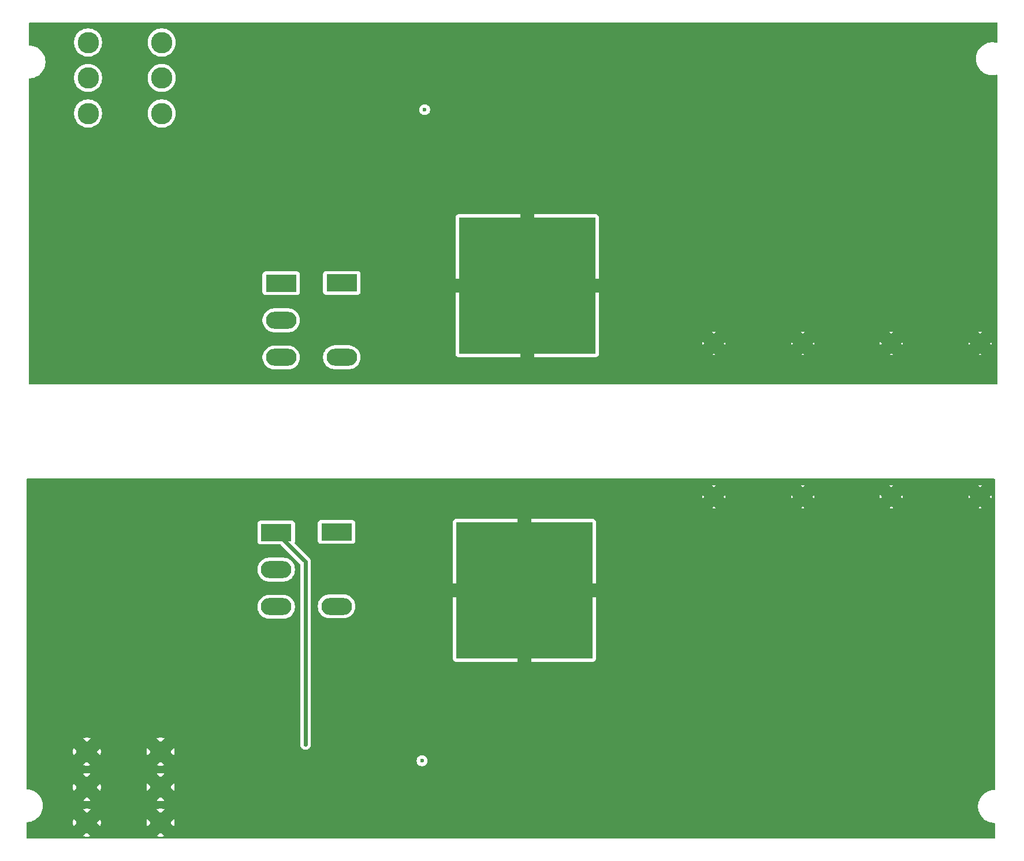
<source format=gbr>
%TF.GenerationSoftware,KiCad,Pcbnew,9.0.6*%
%TF.CreationDate,2025-12-19T02:54:44-05:00*%
%TF.ProjectId,CSI_Tester,4353495f-5465-4737-9465-722e6b696361,rev?*%
%TF.SameCoordinates,Original*%
%TF.FileFunction,Copper,L4,Bot*%
%TF.FilePolarity,Positive*%
%FSLAX46Y46*%
G04 Gerber Fmt 4.6, Leading zero omitted, Abs format (unit mm)*
G04 Created by KiCad (PCBNEW 9.0.6) date 2025-12-19 02:54:44*
%MOMM*%
%LPD*%
G01*
G04 APERTURE LIST*
%TA.AperFunction,ComponentPad*%
%ADD10C,2.400000*%
%TD*%
%TA.AperFunction,ComponentPad*%
%ADD11R,4.500000X2.500000*%
%TD*%
%TA.AperFunction,ComponentPad*%
%ADD12O,4.500000X2.500000*%
%TD*%
%TA.AperFunction,SMDPad,CuDef*%
%ADD13R,20.000000X20.000000*%
%TD*%
%TA.AperFunction,ComponentPad*%
%ADD14C,3.124200*%
%TD*%
%TA.AperFunction,ViaPad*%
%ADD15C,0.600000*%
%TD*%
%TA.AperFunction,Conductor*%
%ADD16C,0.600000*%
%TD*%
G04 APERTURE END LIST*
D10*
%TO.P,C4,1*%
%TO.N,/Tester_Board/Vc-*%
X210800000Y-96250000D03*
%TO.P,C4,2*%
%TO.N,/Tester_Board/Vc+*%
X210800000Y-73750000D03*
%TD*%
D11*
%TO.P,Q1,1,G*%
%TO.N,/Tester_Board/Vg_L*%
X107615000Y-101498400D03*
D12*
%TO.P,Q1,2,D*%
%TO.N,/Tester_Board/Vdc+*%
X107615000Y-106948400D03*
%TO.P,Q1,3,S*%
%TO.N,/Tester_Board/Vs_L*%
X107615000Y-112398400D03*
%TD*%
D10*
%TO.P,C2,1*%
%TO.N,/Tester_Board/Vc-*%
X184800000Y-96250000D03*
%TO.P,C2,2*%
%TO.N,/Tester_Board/Vc+*%
X184800000Y-73750000D03*
%TD*%
%TO.P,C1,1*%
%TO.N,/Tester_Board/Vc-*%
X171800000Y-96250000D03*
%TO.P,C1,2*%
%TO.N,/Tester_Board/Vc+*%
X171800000Y-73750000D03*
%TD*%
D11*
%TO.P,D1,1,K*%
%TO.N,/Tester_Board/Vcvr1*%
X116466200Y-101433200D03*
D12*
%TO.P,D1,2,A*%
%TO.N,/Tester_Board/Vs_L*%
X116466200Y-112333200D03*
%TD*%
D13*
%TO.P,R1,2*%
%TO.N,/Tester_Board/Vc-*%
X144000000Y-110000000D03*
%TD*%
D11*
%TO.P,D2,1,K*%
%TO.N,/Tester_Board/Vcvr2*%
X117228200Y-64908000D03*
D12*
%TO.P,D2,2,A*%
%TO.N,/Tester_Board/Vs_H*%
X117228200Y-75808000D03*
%TD*%
D10*
%TO.P,C3,1*%
%TO.N,/Tester_Board/Vc-*%
X197800000Y-96250000D03*
%TO.P,C3,2*%
%TO.N,/Tester_Board/Vc+*%
X197800000Y-73750000D03*
%TD*%
D13*
%TO.P,R2,2*%
%TO.N,/Tester_Board/Vc+*%
X144400000Y-65300000D03*
%TD*%
D14*
%TO.P,J3,1*%
%TO.N,/Tester_Board/Vdc+*%
X80040600Y-29616850D03*
%TO.P,J3,2*%
X80040600Y-34823850D03*
%TO.P,J3,3*%
X80040600Y-40030850D03*
%TO.P,J3,4*%
X90835600Y-29616850D03*
%TO.P,J3,5*%
X90835600Y-34823850D03*
%TO.P,J3,6*%
X90835600Y-40030850D03*
%TD*%
D11*
%TO.P,Q2,1,G*%
%TO.N,/Tester_Board/Vg_H*%
X108356400Y-64922400D03*
D12*
%TO.P,Q2,2,D*%
%TO.N,/Tester_Board/Vdc+*%
X108356400Y-70372400D03*
%TO.P,Q2,3,S*%
%TO.N,/Tester_Board/Vs_H*%
X108356400Y-75822400D03*
%TD*%
D14*
%TO.P,J4,1*%
%TO.N,/Tester_Board/Vc-*%
X90659400Y-144083150D03*
%TO.P,J4,2*%
X90659400Y-138876150D03*
%TO.P,J4,3*%
X90659400Y-133669150D03*
%TO.P,J4,4*%
X79864400Y-144083150D03*
%TO.P,J4,5*%
X79864400Y-138876150D03*
%TO.P,J4,6*%
X79864400Y-133669150D03*
%TD*%
D15*
%TO.N,/Tester_Board/Vg_L*%
X111912400Y-132588000D03*
%TO.N,/Tester_Board/Vc-*%
X145000000Y-135000000D03*
%TO.N,/Tester_Board/Vc+*%
X145370000Y-39475000D03*
%TO.N,/Tester_Board/Vdc+*%
X129370000Y-39475000D03*
X129000000Y-135000000D03*
%TD*%
D16*
%TO.N,/Tester_Board/Vg_L*%
X107615000Y-101498400D02*
X111912400Y-105795800D01*
X111912400Y-105795800D02*
X111912400Y-132588000D01*
%TD*%
%TA.AperFunction,Conductor*%
%TO.N,/Tester_Board/Vc-*%
G36*
X212943039Y-93619685D02*
G01*
X212988794Y-93672489D01*
X213000000Y-93724000D01*
X213000000Y-139175500D01*
X212980315Y-139242539D01*
X212927511Y-139288294D01*
X212876000Y-139299500D01*
X212765186Y-139299500D01*
X212497280Y-139329686D01*
X212497268Y-139329688D01*
X212234405Y-139389684D01*
X212234397Y-139389687D01*
X211979917Y-139478734D01*
X211737005Y-139595714D01*
X211508712Y-139739161D01*
X211297915Y-139907265D01*
X211107265Y-140097915D01*
X210939161Y-140308712D01*
X210795714Y-140537005D01*
X210678734Y-140779917D01*
X210589687Y-141034397D01*
X210589684Y-141034405D01*
X210529688Y-141297268D01*
X210529686Y-141297280D01*
X210499500Y-141565186D01*
X210499500Y-141834813D01*
X210529686Y-142102719D01*
X210529687Y-142102728D01*
X210529688Y-142102732D01*
X210544687Y-142168446D01*
X210589684Y-142365594D01*
X210589687Y-142365602D01*
X210678734Y-142620082D01*
X210795714Y-142862994D01*
X210795716Y-142862997D01*
X210939162Y-143091289D01*
X211107266Y-143302085D01*
X211297915Y-143492734D01*
X211508711Y-143660838D01*
X211737003Y-143804284D01*
X211979921Y-143921267D01*
X212120081Y-143970311D01*
X212234397Y-144010312D01*
X212234405Y-144010315D01*
X212234408Y-144010315D01*
X212234409Y-144010316D01*
X212497268Y-144070312D01*
X212765187Y-144100499D01*
X212765188Y-144100500D01*
X212876000Y-144100500D01*
X212943039Y-144120185D01*
X212988794Y-144172989D01*
X213000000Y-144224500D01*
X213000000Y-146276000D01*
X212980315Y-146343039D01*
X212927511Y-146388794D01*
X212876000Y-146400000D01*
X71124000Y-146400000D01*
X71056961Y-146380315D01*
X71011206Y-146327511D01*
X71000000Y-146276000D01*
X71000000Y-146065705D01*
X79296056Y-146065705D01*
X79296056Y-146065706D01*
X79461242Y-146109967D01*
X79729232Y-146145248D01*
X79729250Y-146145250D01*
X79999550Y-146145250D01*
X79999567Y-146145248D01*
X80267555Y-146109967D01*
X80432742Y-146065705D01*
X90091056Y-146065705D01*
X90091056Y-146065706D01*
X90256242Y-146109967D01*
X90524232Y-146145248D01*
X90524250Y-146145250D01*
X90794550Y-146145250D01*
X90794567Y-146145248D01*
X91062555Y-146109967D01*
X91227742Y-146065705D01*
X90659401Y-145497364D01*
X90659400Y-145497364D01*
X90091056Y-146065705D01*
X80432742Y-146065705D01*
X79864401Y-145497364D01*
X79864400Y-145497364D01*
X79296056Y-146065705D01*
X71000000Y-146065705D01*
X71000000Y-144124500D01*
X71019685Y-144057461D01*
X71072489Y-144011706D01*
X71124000Y-144000500D01*
X71134812Y-144000500D01*
X71134812Y-144000499D01*
X71402732Y-143970312D01*
X71500491Y-143947999D01*
X77802300Y-143947999D01*
X77802300Y-144218300D01*
X77802301Y-144218317D01*
X77837582Y-144486305D01*
X77837585Y-144486319D01*
X77881842Y-144651491D01*
X77881843Y-144651491D01*
X78450186Y-144083150D01*
X78349235Y-143982199D01*
X78581700Y-143982199D01*
X78581700Y-144184101D01*
X78613285Y-144383516D01*
X78675676Y-144575536D01*
X78767337Y-144755431D01*
X78886011Y-144918773D01*
X79028777Y-145061539D01*
X79192119Y-145180213D01*
X79372014Y-145271874D01*
X79564034Y-145334265D01*
X79763449Y-145365850D01*
X79965351Y-145365850D01*
X80164766Y-145334265D01*
X80356786Y-145271874D01*
X80536681Y-145180213D01*
X80700023Y-145061539D01*
X80842789Y-144918773D01*
X80961463Y-144755431D01*
X81053124Y-144575536D01*
X81115515Y-144383516D01*
X81147100Y-144184101D01*
X81147100Y-144083149D01*
X81278614Y-144083149D01*
X81278614Y-144083151D01*
X81846955Y-144651492D01*
X81891217Y-144486305D01*
X81926498Y-144218317D01*
X81926500Y-144218300D01*
X81926500Y-143947999D01*
X88597300Y-143947999D01*
X88597300Y-144218300D01*
X88597301Y-144218317D01*
X88632582Y-144486305D01*
X88632585Y-144486319D01*
X88676842Y-144651491D01*
X88676843Y-144651491D01*
X89245186Y-144083150D01*
X89144235Y-143982199D01*
X89376700Y-143982199D01*
X89376700Y-144184101D01*
X89408285Y-144383516D01*
X89470676Y-144575536D01*
X89562337Y-144755431D01*
X89681011Y-144918773D01*
X89823777Y-145061539D01*
X89987119Y-145180213D01*
X90167014Y-145271874D01*
X90359034Y-145334265D01*
X90558449Y-145365850D01*
X90760351Y-145365850D01*
X90959766Y-145334265D01*
X91151786Y-145271874D01*
X91331681Y-145180213D01*
X91495023Y-145061539D01*
X91637789Y-144918773D01*
X91756463Y-144755431D01*
X91848124Y-144575536D01*
X91910515Y-144383516D01*
X91942100Y-144184101D01*
X91942100Y-144083149D01*
X92073614Y-144083149D01*
X92073614Y-144083151D01*
X92641955Y-144651492D01*
X92686217Y-144486305D01*
X92721498Y-144218317D01*
X92721500Y-144218300D01*
X92721500Y-143947999D01*
X92721498Y-143947982D01*
X92686217Y-143679992D01*
X92641956Y-143514806D01*
X92641955Y-143514806D01*
X92073614Y-144083149D01*
X91942100Y-144083149D01*
X91942100Y-143982199D01*
X91910515Y-143782784D01*
X91848124Y-143590764D01*
X91756463Y-143410869D01*
X91637789Y-143247527D01*
X91495023Y-143104761D01*
X91331681Y-142986087D01*
X91151786Y-142894426D01*
X90959766Y-142832035D01*
X90760351Y-142800450D01*
X90558449Y-142800450D01*
X90359034Y-142832035D01*
X90167014Y-142894426D01*
X89987119Y-142986087D01*
X89823777Y-143104761D01*
X89681011Y-143247527D01*
X89562337Y-143410869D01*
X89470676Y-143590764D01*
X89408285Y-143782784D01*
X89376700Y-143982199D01*
X89144235Y-143982199D01*
X88676843Y-143514807D01*
X88676842Y-143514807D01*
X88632585Y-143679980D01*
X88632582Y-143679994D01*
X88597301Y-143947982D01*
X88597300Y-143947999D01*
X81926500Y-143947999D01*
X81926498Y-143947982D01*
X81891217Y-143679992D01*
X81846956Y-143514806D01*
X81846955Y-143514806D01*
X81278614Y-144083149D01*
X81147100Y-144083149D01*
X81147100Y-143982199D01*
X81115515Y-143782784D01*
X81053124Y-143590764D01*
X80961463Y-143410869D01*
X80842789Y-143247527D01*
X80700023Y-143104761D01*
X80536681Y-142986087D01*
X80356786Y-142894426D01*
X80164766Y-142832035D01*
X79965351Y-142800450D01*
X79763449Y-142800450D01*
X79564034Y-142832035D01*
X79372014Y-142894426D01*
X79192119Y-142986087D01*
X79028777Y-143104761D01*
X78886011Y-143247527D01*
X78767337Y-143410869D01*
X78675676Y-143590764D01*
X78613285Y-143782784D01*
X78581700Y-143982199D01*
X78349235Y-143982199D01*
X77881843Y-143514807D01*
X77881842Y-143514807D01*
X77837585Y-143679980D01*
X77837582Y-143679994D01*
X77802301Y-143947982D01*
X77802300Y-143947999D01*
X71500491Y-143947999D01*
X71665591Y-143910316D01*
X71920079Y-143821267D01*
X72162997Y-143704284D01*
X72391289Y-143560838D01*
X72602085Y-143392734D01*
X72792734Y-143202085D01*
X72960838Y-142991289D01*
X73104284Y-142762997D01*
X73221267Y-142520079D01*
X73310316Y-142265591D01*
X73347976Y-142100592D01*
X79296057Y-142100592D01*
X79296057Y-142100593D01*
X79864400Y-142668936D01*
X79864401Y-142668936D01*
X80432741Y-142100593D01*
X80432741Y-142100592D01*
X90091057Y-142100592D01*
X90091057Y-142100593D01*
X90659400Y-142668936D01*
X90659401Y-142668936D01*
X91227741Y-142100593D01*
X91227741Y-142100592D01*
X91062569Y-142056335D01*
X91062555Y-142056332D01*
X90794567Y-142021051D01*
X90794550Y-142021050D01*
X90524250Y-142021050D01*
X90524232Y-142021051D01*
X90256244Y-142056332D01*
X90256230Y-142056335D01*
X90091057Y-142100592D01*
X80432741Y-142100592D01*
X80267569Y-142056335D01*
X80267555Y-142056332D01*
X79999567Y-142021051D01*
X79999550Y-142021050D01*
X79729250Y-142021050D01*
X79729232Y-142021051D01*
X79461244Y-142056332D01*
X79461230Y-142056335D01*
X79296057Y-142100592D01*
X73347976Y-142100592D01*
X73370312Y-142002732D01*
X73400500Y-141734809D01*
X73400500Y-141465191D01*
X73370312Y-141197268D01*
X73310316Y-140934409D01*
X73283826Y-140858706D01*
X73283826Y-140858705D01*
X79296056Y-140858705D01*
X79296056Y-140858706D01*
X79461242Y-140902967D01*
X79729232Y-140938248D01*
X79729250Y-140938250D01*
X79999550Y-140938250D01*
X79999567Y-140938248D01*
X80267555Y-140902967D01*
X80432742Y-140858705D01*
X90091056Y-140858705D01*
X90091056Y-140858706D01*
X90256242Y-140902967D01*
X90524232Y-140938248D01*
X90524250Y-140938250D01*
X90794550Y-140938250D01*
X90794567Y-140938248D01*
X91062555Y-140902967D01*
X91227742Y-140858705D01*
X90659401Y-140290364D01*
X90659400Y-140290364D01*
X90091056Y-140858705D01*
X80432742Y-140858705D01*
X79864401Y-140290364D01*
X79864400Y-140290364D01*
X79296056Y-140858705D01*
X73283826Y-140858705D01*
X73256257Y-140779917D01*
X73221267Y-140679921D01*
X73104284Y-140437003D01*
X72960838Y-140208711D01*
X72792734Y-139997915D01*
X72602085Y-139807266D01*
X72391289Y-139639162D01*
X72162997Y-139495716D01*
X72162994Y-139495714D01*
X71920082Y-139378734D01*
X71665602Y-139289687D01*
X71665594Y-139289684D01*
X71459036Y-139242539D01*
X71402732Y-139229688D01*
X71402728Y-139229687D01*
X71402719Y-139229686D01*
X71134813Y-139199500D01*
X71134809Y-139199500D01*
X71124000Y-139199500D01*
X71056961Y-139179815D01*
X71011206Y-139127011D01*
X71000000Y-139075500D01*
X71000000Y-138740999D01*
X77802300Y-138740999D01*
X77802300Y-139011300D01*
X77802301Y-139011317D01*
X77837582Y-139279305D01*
X77837585Y-139279319D01*
X77881842Y-139444491D01*
X77881843Y-139444491D01*
X78450186Y-138876150D01*
X78349235Y-138775199D01*
X78581700Y-138775199D01*
X78581700Y-138977101D01*
X78613285Y-139176516D01*
X78675676Y-139368536D01*
X78767337Y-139548431D01*
X78886011Y-139711773D01*
X79028777Y-139854539D01*
X79192119Y-139973213D01*
X79372014Y-140064874D01*
X79564034Y-140127265D01*
X79763449Y-140158850D01*
X79965351Y-140158850D01*
X80164766Y-140127265D01*
X80356786Y-140064874D01*
X80536681Y-139973213D01*
X80700023Y-139854539D01*
X80842789Y-139711773D01*
X80961463Y-139548431D01*
X81053124Y-139368536D01*
X81115515Y-139176516D01*
X81147100Y-138977101D01*
X81147100Y-138876149D01*
X81278614Y-138876149D01*
X81278614Y-138876151D01*
X81846955Y-139444492D01*
X81891217Y-139279305D01*
X81926498Y-139011317D01*
X81926500Y-139011300D01*
X81926500Y-138740999D01*
X88597300Y-138740999D01*
X88597300Y-139011300D01*
X88597301Y-139011317D01*
X88632582Y-139279305D01*
X88632585Y-139279319D01*
X88676842Y-139444491D01*
X88676843Y-139444491D01*
X89245186Y-138876150D01*
X89144235Y-138775199D01*
X89376700Y-138775199D01*
X89376700Y-138977101D01*
X89408285Y-139176516D01*
X89470676Y-139368536D01*
X89562337Y-139548431D01*
X89681011Y-139711773D01*
X89823777Y-139854539D01*
X89987119Y-139973213D01*
X90167014Y-140064874D01*
X90359034Y-140127265D01*
X90558449Y-140158850D01*
X90760351Y-140158850D01*
X90959766Y-140127265D01*
X91151786Y-140064874D01*
X91331681Y-139973213D01*
X91495023Y-139854539D01*
X91637789Y-139711773D01*
X91756463Y-139548431D01*
X91848124Y-139368536D01*
X91910515Y-139176516D01*
X91942100Y-138977101D01*
X91942100Y-138876149D01*
X92073614Y-138876149D01*
X92073614Y-138876151D01*
X92641955Y-139444492D01*
X92686217Y-139279305D01*
X92721498Y-139011317D01*
X92721500Y-139011300D01*
X92721500Y-138740999D01*
X92721498Y-138740982D01*
X92686217Y-138472992D01*
X92641956Y-138307806D01*
X92641955Y-138307806D01*
X92073614Y-138876149D01*
X91942100Y-138876149D01*
X91942100Y-138775199D01*
X91910515Y-138575784D01*
X91848124Y-138383764D01*
X91756463Y-138203869D01*
X91637789Y-138040527D01*
X91495023Y-137897761D01*
X91331681Y-137779087D01*
X91151786Y-137687426D01*
X90959766Y-137625035D01*
X90760351Y-137593450D01*
X90558449Y-137593450D01*
X90359034Y-137625035D01*
X90167014Y-137687426D01*
X89987119Y-137779087D01*
X89823777Y-137897761D01*
X89681011Y-138040527D01*
X89562337Y-138203869D01*
X89470676Y-138383764D01*
X89408285Y-138575784D01*
X89376700Y-138775199D01*
X89144235Y-138775199D01*
X88676843Y-138307807D01*
X88676842Y-138307807D01*
X88632585Y-138472980D01*
X88632582Y-138472994D01*
X88597301Y-138740982D01*
X88597300Y-138740999D01*
X81926500Y-138740999D01*
X81926498Y-138740982D01*
X81891217Y-138472992D01*
X81846956Y-138307806D01*
X81846955Y-138307806D01*
X81278614Y-138876149D01*
X81147100Y-138876149D01*
X81147100Y-138775199D01*
X81115515Y-138575784D01*
X81053124Y-138383764D01*
X80961463Y-138203869D01*
X80842789Y-138040527D01*
X80700023Y-137897761D01*
X80536681Y-137779087D01*
X80356786Y-137687426D01*
X80164766Y-137625035D01*
X79965351Y-137593450D01*
X79763449Y-137593450D01*
X79564034Y-137625035D01*
X79372014Y-137687426D01*
X79192119Y-137779087D01*
X79028777Y-137897761D01*
X78886011Y-138040527D01*
X78767337Y-138203869D01*
X78675676Y-138383764D01*
X78613285Y-138575784D01*
X78581700Y-138775199D01*
X78349235Y-138775199D01*
X77881843Y-138307807D01*
X77881842Y-138307807D01*
X77837585Y-138472980D01*
X77837582Y-138472994D01*
X77802301Y-138740982D01*
X77802300Y-138740999D01*
X71000000Y-138740999D01*
X71000000Y-136893592D01*
X79296057Y-136893592D01*
X79296057Y-136893593D01*
X79864400Y-137461936D01*
X79864401Y-137461936D01*
X80432741Y-136893593D01*
X80432741Y-136893592D01*
X90091057Y-136893592D01*
X90091057Y-136893593D01*
X90659400Y-137461936D01*
X90659401Y-137461936D01*
X91227741Y-136893593D01*
X91227741Y-136893592D01*
X91062569Y-136849335D01*
X91062555Y-136849332D01*
X90794567Y-136814051D01*
X90794550Y-136814050D01*
X90524250Y-136814050D01*
X90524232Y-136814051D01*
X90256244Y-136849332D01*
X90256230Y-136849335D01*
X90091057Y-136893592D01*
X80432741Y-136893592D01*
X80267569Y-136849335D01*
X80267555Y-136849332D01*
X79999567Y-136814051D01*
X79999550Y-136814050D01*
X79729250Y-136814050D01*
X79729232Y-136814051D01*
X79461244Y-136849332D01*
X79461230Y-136849335D01*
X79296057Y-136893592D01*
X71000000Y-136893592D01*
X71000000Y-135651705D01*
X79296056Y-135651705D01*
X79296056Y-135651706D01*
X79461242Y-135695967D01*
X79729232Y-135731248D01*
X79729250Y-135731250D01*
X79999550Y-135731250D01*
X79999567Y-135731248D01*
X80267555Y-135695967D01*
X80432742Y-135651705D01*
X90091056Y-135651705D01*
X90091056Y-135651706D01*
X90256242Y-135695967D01*
X90524232Y-135731248D01*
X90524250Y-135731250D01*
X90794550Y-135731250D01*
X90794567Y-135731248D01*
X91062555Y-135695967D01*
X91227742Y-135651705D01*
X90659401Y-135083364D01*
X90659400Y-135083364D01*
X90091056Y-135651705D01*
X80432742Y-135651705D01*
X79864401Y-135083364D01*
X79864400Y-135083364D01*
X79296056Y-135651705D01*
X71000000Y-135651705D01*
X71000000Y-133533999D01*
X77802300Y-133533999D01*
X77802300Y-133804300D01*
X77802301Y-133804317D01*
X77837582Y-134072305D01*
X77837585Y-134072319D01*
X77881842Y-134237491D01*
X77881843Y-134237491D01*
X78450186Y-133669150D01*
X78349235Y-133568199D01*
X78581700Y-133568199D01*
X78581700Y-133770101D01*
X78613285Y-133969516D01*
X78675676Y-134161536D01*
X78767337Y-134341431D01*
X78886011Y-134504773D01*
X79028777Y-134647539D01*
X79192119Y-134766213D01*
X79372014Y-134857874D01*
X79564034Y-134920265D01*
X79763449Y-134951850D01*
X79965351Y-134951850D01*
X80164766Y-134920265D01*
X80356786Y-134857874D01*
X80536681Y-134766213D01*
X80700023Y-134647539D01*
X80842789Y-134504773D01*
X80961463Y-134341431D01*
X81053124Y-134161536D01*
X81115515Y-133969516D01*
X81147100Y-133770101D01*
X81147100Y-133669149D01*
X81278614Y-133669149D01*
X81278614Y-133669151D01*
X81846955Y-134237492D01*
X81891217Y-134072305D01*
X81926498Y-133804317D01*
X81926500Y-133804300D01*
X81926500Y-133533999D01*
X88597300Y-133533999D01*
X88597300Y-133804300D01*
X88597301Y-133804317D01*
X88632582Y-134072305D01*
X88632585Y-134072319D01*
X88676842Y-134237491D01*
X88676843Y-134237491D01*
X89245186Y-133669150D01*
X89144235Y-133568199D01*
X89376700Y-133568199D01*
X89376700Y-133770101D01*
X89408285Y-133969516D01*
X89470676Y-134161536D01*
X89562337Y-134341431D01*
X89681011Y-134504773D01*
X89823777Y-134647539D01*
X89987119Y-134766213D01*
X90167014Y-134857874D01*
X90359034Y-134920265D01*
X90558449Y-134951850D01*
X90760351Y-134951850D01*
X90954160Y-134921153D01*
X128199500Y-134921153D01*
X128199500Y-135078846D01*
X128230261Y-135233489D01*
X128230264Y-135233501D01*
X128290602Y-135379172D01*
X128290609Y-135379185D01*
X128378210Y-135510288D01*
X128378213Y-135510292D01*
X128489707Y-135621786D01*
X128489711Y-135621789D01*
X128620814Y-135709390D01*
X128620827Y-135709397D01*
X128673586Y-135731250D01*
X128766503Y-135769737D01*
X128921153Y-135800499D01*
X128921156Y-135800500D01*
X128921158Y-135800500D01*
X129078844Y-135800500D01*
X129078845Y-135800499D01*
X129233497Y-135769737D01*
X129379179Y-135709394D01*
X129510289Y-135621789D01*
X129621789Y-135510289D01*
X129709394Y-135379179D01*
X129769737Y-135233497D01*
X129800500Y-135078842D01*
X129800500Y-134921158D01*
X129800500Y-134921155D01*
X129800499Y-134921153D01*
X129769738Y-134766510D01*
X129769737Y-134766503D01*
X129720461Y-134647539D01*
X129709397Y-134620827D01*
X129709390Y-134620814D01*
X129621789Y-134489711D01*
X129621786Y-134489707D01*
X129510292Y-134378213D01*
X129510288Y-134378210D01*
X129379185Y-134290609D01*
X129379172Y-134290602D01*
X129233501Y-134230264D01*
X129233489Y-134230261D01*
X129078845Y-134199500D01*
X129078842Y-134199500D01*
X128921158Y-134199500D01*
X128921155Y-134199500D01*
X128766510Y-134230261D01*
X128766498Y-134230264D01*
X128620827Y-134290602D01*
X128620814Y-134290609D01*
X128489711Y-134378210D01*
X128489707Y-134378213D01*
X128378213Y-134489707D01*
X128378210Y-134489711D01*
X128290609Y-134620814D01*
X128290602Y-134620827D01*
X128230264Y-134766498D01*
X128230261Y-134766510D01*
X128199500Y-134921153D01*
X90954160Y-134921153D01*
X90959766Y-134920265D01*
X91151786Y-134857874D01*
X91331681Y-134766213D01*
X91495023Y-134647539D01*
X91637789Y-134504773D01*
X91756463Y-134341431D01*
X91848124Y-134161536D01*
X91910515Y-133969516D01*
X91942100Y-133770101D01*
X91942100Y-133669149D01*
X92073614Y-133669149D01*
X92073614Y-133669151D01*
X92641955Y-134237492D01*
X92686217Y-134072305D01*
X92721498Y-133804317D01*
X92721500Y-133804300D01*
X92721500Y-133533999D01*
X92721498Y-133533982D01*
X92686217Y-133265992D01*
X92641956Y-133100806D01*
X92641955Y-133100806D01*
X92073614Y-133669149D01*
X91942100Y-133669149D01*
X91942100Y-133568199D01*
X91910515Y-133368784D01*
X91848124Y-133176764D01*
X91756463Y-132996869D01*
X91637789Y-132833527D01*
X91495023Y-132690761D01*
X91331681Y-132572087D01*
X91151786Y-132480426D01*
X90959766Y-132418035D01*
X90760351Y-132386450D01*
X90558449Y-132386450D01*
X90359034Y-132418035D01*
X90167014Y-132480426D01*
X89987119Y-132572087D01*
X89823777Y-132690761D01*
X89681011Y-132833527D01*
X89562337Y-132996869D01*
X89470676Y-133176764D01*
X89408285Y-133368784D01*
X89376700Y-133568199D01*
X89144235Y-133568199D01*
X88676843Y-133100807D01*
X88676842Y-133100807D01*
X88632585Y-133265980D01*
X88632582Y-133265994D01*
X88597301Y-133533982D01*
X88597300Y-133533999D01*
X81926500Y-133533999D01*
X81926498Y-133533982D01*
X81891217Y-133265992D01*
X81846956Y-133100806D01*
X81846955Y-133100806D01*
X81278614Y-133669149D01*
X81147100Y-133669149D01*
X81147100Y-133568199D01*
X81115515Y-133368784D01*
X81053124Y-133176764D01*
X80961463Y-132996869D01*
X80842789Y-132833527D01*
X80700023Y-132690761D01*
X80536681Y-132572087D01*
X80356786Y-132480426D01*
X80164766Y-132418035D01*
X79965351Y-132386450D01*
X79763449Y-132386450D01*
X79564034Y-132418035D01*
X79372014Y-132480426D01*
X79192119Y-132572087D01*
X79028777Y-132690761D01*
X78886011Y-132833527D01*
X78767337Y-132996869D01*
X78675676Y-133176764D01*
X78613285Y-133368784D01*
X78581700Y-133568199D01*
X78349235Y-133568199D01*
X77881843Y-133100807D01*
X77881842Y-133100807D01*
X77837585Y-133265980D01*
X77837582Y-133265994D01*
X77802301Y-133533982D01*
X77802300Y-133533999D01*
X71000000Y-133533999D01*
X71000000Y-131686592D01*
X79296057Y-131686592D01*
X79296057Y-131686593D01*
X79864400Y-132254936D01*
X79864401Y-132254936D01*
X80432741Y-131686593D01*
X80432741Y-131686592D01*
X90091057Y-131686592D01*
X90091057Y-131686593D01*
X90659400Y-132254936D01*
X90659401Y-132254936D01*
X91227741Y-131686593D01*
X91227741Y-131686592D01*
X91062569Y-131642335D01*
X91062555Y-131642332D01*
X90794567Y-131607051D01*
X90794550Y-131607050D01*
X90524250Y-131607050D01*
X90524232Y-131607051D01*
X90256244Y-131642332D01*
X90256230Y-131642335D01*
X90091057Y-131686592D01*
X80432741Y-131686592D01*
X80267569Y-131642335D01*
X80267555Y-131642332D01*
X79999567Y-131607051D01*
X79999550Y-131607050D01*
X79729250Y-131607050D01*
X79729232Y-131607051D01*
X79461244Y-131642332D01*
X79461230Y-131642335D01*
X79296057Y-131686592D01*
X71000000Y-131686592D01*
X71000000Y-112283658D01*
X104864500Y-112283658D01*
X104864500Y-112513141D01*
X104885867Y-112675429D01*
X104894452Y-112740638D01*
X104928764Y-112868693D01*
X104953842Y-112962287D01*
X105041650Y-113174276D01*
X105041657Y-113174290D01*
X105156392Y-113373017D01*
X105296081Y-113555061D01*
X105296089Y-113555070D01*
X105458330Y-113717311D01*
X105458338Y-113717318D01*
X105640382Y-113857007D01*
X105640385Y-113857008D01*
X105640388Y-113857011D01*
X105839112Y-113971744D01*
X105839117Y-113971746D01*
X105839123Y-113971749D01*
X105930480Y-114009590D01*
X106051113Y-114059558D01*
X106272762Y-114118948D01*
X106500266Y-114148900D01*
X106500273Y-114148900D01*
X108729727Y-114148900D01*
X108729734Y-114148900D01*
X108957238Y-114118948D01*
X109178887Y-114059558D01*
X109390888Y-113971744D01*
X109589612Y-113857011D01*
X109771661Y-113717319D01*
X109771665Y-113717314D01*
X109771670Y-113717311D01*
X109933911Y-113555070D01*
X109933914Y-113555065D01*
X109933919Y-113555061D01*
X110073611Y-113373012D01*
X110188344Y-113174288D01*
X110276158Y-112962287D01*
X110335548Y-112740638D01*
X110365500Y-112513134D01*
X110365500Y-112283666D01*
X110335548Y-112056162D01*
X110276158Y-111834513D01*
X110188344Y-111622512D01*
X110073611Y-111423788D01*
X110073608Y-111423785D01*
X110073607Y-111423782D01*
X109933918Y-111241738D01*
X109933911Y-111241730D01*
X109771670Y-111079489D01*
X109771661Y-111079481D01*
X109589617Y-110939792D01*
X109390890Y-110825057D01*
X109390876Y-110825050D01*
X109178887Y-110737242D01*
X108957238Y-110677852D01*
X108919215Y-110672846D01*
X108729741Y-110647900D01*
X108729734Y-110647900D01*
X106500266Y-110647900D01*
X106500258Y-110647900D01*
X106283715Y-110676409D01*
X106272762Y-110677852D01*
X106179076Y-110702954D01*
X106051112Y-110737242D01*
X105839123Y-110825050D01*
X105839109Y-110825057D01*
X105640382Y-110939792D01*
X105458338Y-111079481D01*
X105296081Y-111241738D01*
X105156392Y-111423782D01*
X105041657Y-111622509D01*
X105041650Y-111622523D01*
X104953842Y-111834512D01*
X104894453Y-112056159D01*
X104894451Y-112056170D01*
X104864500Y-112283658D01*
X71000000Y-112283658D01*
X71000000Y-106833658D01*
X104864500Y-106833658D01*
X104864500Y-107063141D01*
X104873475Y-107131307D01*
X104894452Y-107290638D01*
X104894453Y-107290640D01*
X104953842Y-107512287D01*
X105041650Y-107724276D01*
X105041657Y-107724290D01*
X105156392Y-107923017D01*
X105296081Y-108105061D01*
X105296089Y-108105070D01*
X105458330Y-108267311D01*
X105458338Y-108267318D01*
X105640382Y-108407007D01*
X105640385Y-108407008D01*
X105640388Y-108407011D01*
X105839112Y-108521744D01*
X105839117Y-108521746D01*
X105839123Y-108521749D01*
X105930480Y-108559590D01*
X106051113Y-108609558D01*
X106272762Y-108668948D01*
X106500266Y-108698900D01*
X106500273Y-108698900D01*
X108729727Y-108698900D01*
X108729734Y-108698900D01*
X108957238Y-108668948D01*
X109178887Y-108609558D01*
X109390888Y-108521744D01*
X109589612Y-108407011D01*
X109771661Y-108267319D01*
X109771665Y-108267314D01*
X109771670Y-108267311D01*
X109933911Y-108105070D01*
X109933914Y-108105065D01*
X109933919Y-108105061D01*
X110073611Y-107923012D01*
X110188344Y-107724288D01*
X110276158Y-107512287D01*
X110335548Y-107290638D01*
X110365500Y-107063134D01*
X110365500Y-106833666D01*
X110335548Y-106606162D01*
X110276158Y-106384513D01*
X110188344Y-106172512D01*
X110073611Y-105973788D01*
X110073608Y-105973785D01*
X110073607Y-105973782D01*
X109933918Y-105791738D01*
X109933911Y-105791730D01*
X109771670Y-105629489D01*
X109771661Y-105629481D01*
X109589617Y-105489792D01*
X109390890Y-105375057D01*
X109390876Y-105375050D01*
X109178887Y-105287242D01*
X109172427Y-105285511D01*
X108957238Y-105227852D01*
X108919215Y-105222846D01*
X108729741Y-105197900D01*
X108729734Y-105197900D01*
X106500266Y-105197900D01*
X106500258Y-105197900D01*
X106283715Y-105226409D01*
X106272762Y-105227852D01*
X106179076Y-105252954D01*
X106051112Y-105287242D01*
X105839123Y-105375050D01*
X105839109Y-105375057D01*
X105640382Y-105489792D01*
X105458338Y-105629481D01*
X105296081Y-105791738D01*
X105156392Y-105973782D01*
X105041657Y-106172509D01*
X105041650Y-106172523D01*
X104953842Y-106384512D01*
X104894453Y-106606159D01*
X104894451Y-106606170D01*
X104864500Y-106833658D01*
X71000000Y-106833658D01*
X71000000Y-100200535D01*
X104864500Y-100200535D01*
X104864500Y-102796270D01*
X104864501Y-102796276D01*
X104870908Y-102855883D01*
X104921202Y-102990728D01*
X104921206Y-102990735D01*
X105007452Y-103105944D01*
X105007455Y-103105947D01*
X105122664Y-103192193D01*
X105122671Y-103192197D01*
X105257517Y-103242491D01*
X105257516Y-103242491D01*
X105264444Y-103243235D01*
X105317127Y-103248900D01*
X108182059Y-103248899D01*
X108249098Y-103268584D01*
X108269740Y-103285218D01*
X111075581Y-106091059D01*
X111109066Y-106152382D01*
X111111900Y-106178740D01*
X111111900Y-132666846D01*
X111142661Y-132821489D01*
X111142664Y-132821501D01*
X111203002Y-132967172D01*
X111203009Y-132967185D01*
X111290610Y-133098288D01*
X111290613Y-133098292D01*
X111402107Y-133209786D01*
X111402111Y-133209789D01*
X111533214Y-133297390D01*
X111533227Y-133297397D01*
X111678898Y-133357735D01*
X111678903Y-133357737D01*
X111833553Y-133388499D01*
X111833556Y-133388500D01*
X111833558Y-133388500D01*
X111991244Y-133388500D01*
X111991245Y-133388499D01*
X112145897Y-133357737D01*
X112291579Y-133297394D01*
X112422689Y-133209789D01*
X112534189Y-133098289D01*
X112621794Y-132967179D01*
X112682137Y-132821497D01*
X112712900Y-132666842D01*
X112712900Y-132509158D01*
X112712900Y-112218458D01*
X113715700Y-112218458D01*
X113715700Y-112447941D01*
X113740646Y-112637415D01*
X113745652Y-112675438D01*
X113797434Y-112868693D01*
X113805042Y-112897087D01*
X113892850Y-113109076D01*
X113892857Y-113109090D01*
X114007592Y-113307817D01*
X114147281Y-113489861D01*
X114147289Y-113489870D01*
X114309530Y-113652111D01*
X114309538Y-113652118D01*
X114491582Y-113791807D01*
X114491585Y-113791808D01*
X114491588Y-113791811D01*
X114690312Y-113906544D01*
X114690317Y-113906546D01*
X114690323Y-113906549D01*
X114781680Y-113944390D01*
X114902313Y-113994358D01*
X115123962Y-114053748D01*
X115351466Y-114083700D01*
X115351473Y-114083700D01*
X117580927Y-114083700D01*
X117580934Y-114083700D01*
X117808438Y-114053748D01*
X118030087Y-113994358D01*
X118242088Y-113906544D01*
X118440812Y-113791811D01*
X118622861Y-113652119D01*
X118622865Y-113652114D01*
X118622870Y-113652111D01*
X118785111Y-113489870D01*
X118785114Y-113489865D01*
X118785119Y-113489861D01*
X118924811Y-113307812D01*
X119039544Y-113109088D01*
X119127358Y-112897087D01*
X119186748Y-112675438D01*
X119216700Y-112447934D01*
X119216700Y-112218466D01*
X119186748Y-111990962D01*
X119127358Y-111769313D01*
X119077390Y-111648680D01*
X119039549Y-111557323D01*
X119039546Y-111557317D01*
X119039544Y-111557312D01*
X118924811Y-111358588D01*
X118924808Y-111358585D01*
X118924807Y-111358582D01*
X118785118Y-111176538D01*
X118785111Y-111176530D01*
X118622870Y-111014289D01*
X118622861Y-111014281D01*
X118440817Y-110874592D01*
X118242090Y-110759857D01*
X118242076Y-110759850D01*
X118030087Y-110672042D01*
X117808438Y-110612652D01*
X117770415Y-110607646D01*
X117580941Y-110582700D01*
X117580934Y-110582700D01*
X115351466Y-110582700D01*
X115351458Y-110582700D01*
X115134915Y-110611209D01*
X115123962Y-110612652D01*
X115030276Y-110637754D01*
X114902312Y-110672042D01*
X114690323Y-110759850D01*
X114690309Y-110759857D01*
X114491582Y-110874592D01*
X114309538Y-111014281D01*
X114147281Y-111176538D01*
X114007592Y-111358582D01*
X113892857Y-111557309D01*
X113892850Y-111557323D01*
X113805042Y-111769312D01*
X113745653Y-111990959D01*
X113745651Y-111990970D01*
X113715700Y-112218458D01*
X112712900Y-112218458D01*
X112712900Y-105716958D01*
X112712900Y-105716955D01*
X112712899Y-105716953D01*
X112695501Y-105629489D01*
X112682137Y-105562303D01*
X112652101Y-105489789D01*
X112621797Y-105416627D01*
X112621790Y-105416614D01*
X112534190Y-105285512D01*
X112534189Y-105285511D01*
X112422689Y-105174011D01*
X110346295Y-103097617D01*
X110312810Y-103036294D01*
X110317793Y-102966607D01*
X110359091Y-102855883D01*
X110365500Y-102796273D01*
X110365499Y-100200528D01*
X110359091Y-100140917D01*
X110357009Y-100135335D01*
X113715700Y-100135335D01*
X113715700Y-102731070D01*
X113715701Y-102731076D01*
X113722108Y-102790683D01*
X113772402Y-102925528D01*
X113772406Y-102925535D01*
X113858652Y-103040744D01*
X113858655Y-103040747D01*
X113973864Y-103126993D01*
X113973871Y-103126997D01*
X114108717Y-103177291D01*
X114108716Y-103177291D01*
X114115644Y-103178035D01*
X114168327Y-103183700D01*
X118764072Y-103183699D01*
X118823683Y-103177291D01*
X118958531Y-103126996D01*
X119073746Y-103040746D01*
X119159996Y-102925531D01*
X119210291Y-102790683D01*
X119216700Y-102731073D01*
X119216699Y-100135328D01*
X119210291Y-100075717D01*
X119184315Y-100006071D01*
X119179143Y-99992203D01*
X119179136Y-99992185D01*
X119164205Y-99952155D01*
X133500000Y-99952155D01*
X133500000Y-109000000D01*
X139861325Y-109000000D01*
X139928364Y-109019685D01*
X139974119Y-109072489D01*
X139984063Y-109141647D01*
X139982942Y-109148191D01*
X139933491Y-109396791D01*
X139893949Y-109798286D01*
X139893949Y-110201713D01*
X139933491Y-110603208D01*
X139982942Y-110851809D01*
X139976715Y-110921400D01*
X139933852Y-110976577D01*
X139867962Y-110999822D01*
X139861325Y-111000000D01*
X133500000Y-111000000D01*
X133500000Y-120047844D01*
X133506401Y-120107372D01*
X133506403Y-120107379D01*
X133556645Y-120242086D01*
X133556649Y-120242093D01*
X133642809Y-120357187D01*
X133642812Y-120357190D01*
X133757906Y-120443350D01*
X133757913Y-120443354D01*
X133892620Y-120493596D01*
X133892627Y-120493598D01*
X133952155Y-120499999D01*
X133952172Y-120500000D01*
X143000000Y-120500000D01*
X143000000Y-114138675D01*
X143019685Y-114071636D01*
X143072489Y-114025881D01*
X143141647Y-114015937D01*
X143148194Y-114017058D01*
X143396791Y-114066508D01*
X143798283Y-114106051D01*
X143798286Y-114106051D01*
X144201714Y-114106051D01*
X144201717Y-114106051D01*
X144603209Y-114066508D01*
X144851809Y-114017058D01*
X144921400Y-114023285D01*
X144976577Y-114066148D01*
X144999822Y-114132038D01*
X145000000Y-114138675D01*
X145000000Y-120500000D01*
X154047828Y-120500000D01*
X154047844Y-120499999D01*
X154107372Y-120493598D01*
X154107379Y-120493596D01*
X154242086Y-120443354D01*
X154242093Y-120443350D01*
X154357187Y-120357190D01*
X154357190Y-120357187D01*
X154443350Y-120242093D01*
X154443354Y-120242086D01*
X154493596Y-120107379D01*
X154493598Y-120107372D01*
X154499999Y-120047844D01*
X154500000Y-120047827D01*
X154500000Y-111000000D01*
X148138675Y-111000000D01*
X148071636Y-110980315D01*
X148025881Y-110927511D01*
X148015937Y-110858353D01*
X148017058Y-110851809D01*
X148064629Y-110612653D01*
X148066508Y-110603209D01*
X148106051Y-110201717D01*
X148106051Y-109798283D01*
X148066508Y-109396791D01*
X148017058Y-109148191D01*
X148023285Y-109078600D01*
X148066148Y-109023423D01*
X148132038Y-109000178D01*
X148138675Y-109000000D01*
X154500000Y-109000000D01*
X154500000Y-99952172D01*
X154499999Y-99952155D01*
X154493598Y-99892627D01*
X154493596Y-99892620D01*
X154443354Y-99757913D01*
X154443350Y-99757906D01*
X154357190Y-99642812D01*
X154357187Y-99642809D01*
X154242093Y-99556649D01*
X154242086Y-99556645D01*
X154107379Y-99506403D01*
X154107372Y-99506401D01*
X154047844Y-99500000D01*
X145000000Y-99500000D01*
X145000000Y-105861324D01*
X144980315Y-105928363D01*
X144927511Y-105974118D01*
X144858353Y-105984062D01*
X144851809Y-105982941D01*
X144603208Y-105933491D01*
X144300821Y-105903709D01*
X144201717Y-105893949D01*
X143798283Y-105893949D01*
X143706713Y-105902967D01*
X143396791Y-105933491D01*
X143148191Y-105982941D01*
X143078599Y-105976714D01*
X143023422Y-105933851D01*
X143000178Y-105867961D01*
X143000000Y-105861324D01*
X143000000Y-99500000D01*
X133952155Y-99500000D01*
X133892627Y-99506401D01*
X133892620Y-99506403D01*
X133757913Y-99556645D01*
X133757906Y-99556649D01*
X133642812Y-99642809D01*
X133642809Y-99642812D01*
X133556649Y-99757906D01*
X133556645Y-99757913D01*
X133506403Y-99892620D01*
X133506401Y-99892627D01*
X133500000Y-99952155D01*
X119164205Y-99952155D01*
X119159996Y-99940869D01*
X119159993Y-99940864D01*
X119073747Y-99825655D01*
X119073744Y-99825652D01*
X118958535Y-99739406D01*
X118958528Y-99739402D01*
X118823682Y-99689108D01*
X118823683Y-99689108D01*
X118764083Y-99682701D01*
X118764081Y-99682700D01*
X118764073Y-99682700D01*
X118764064Y-99682700D01*
X114168329Y-99682700D01*
X114168323Y-99682701D01*
X114108716Y-99689108D01*
X113973871Y-99739402D01*
X113973864Y-99739406D01*
X113858655Y-99825652D01*
X113858652Y-99825655D01*
X113772406Y-99940864D01*
X113772402Y-99940871D01*
X113722108Y-100075717D01*
X113715701Y-100135316D01*
X113715701Y-100135323D01*
X113715700Y-100135335D01*
X110357009Y-100135335D01*
X110308796Y-100006069D01*
X110308795Y-100006068D01*
X110308793Y-100006064D01*
X110222547Y-99890855D01*
X110222544Y-99890852D01*
X110107335Y-99804606D01*
X110107328Y-99804602D01*
X109972482Y-99754308D01*
X109972483Y-99754308D01*
X109912883Y-99747901D01*
X109912881Y-99747900D01*
X109912873Y-99747900D01*
X109912864Y-99747900D01*
X105317129Y-99747900D01*
X105317123Y-99747901D01*
X105257516Y-99754308D01*
X105122671Y-99804602D01*
X105122664Y-99804606D01*
X105007455Y-99890852D01*
X105007452Y-99890855D01*
X104921206Y-100006064D01*
X104921202Y-100006071D01*
X104870908Y-100140917D01*
X104864501Y-100200516D01*
X104864501Y-100200523D01*
X104864500Y-100200535D01*
X71000000Y-100200535D01*
X71000000Y-97929714D01*
X171534496Y-97929714D01*
X171688568Y-97949999D01*
X171688583Y-97950000D01*
X171911417Y-97950000D01*
X171911431Y-97949999D01*
X172065502Y-97929714D01*
X184534496Y-97929714D01*
X184688568Y-97949999D01*
X184688583Y-97950000D01*
X184911417Y-97950000D01*
X184911431Y-97949999D01*
X185065502Y-97929714D01*
X197534496Y-97929714D01*
X197688568Y-97949999D01*
X197688583Y-97950000D01*
X197911417Y-97950000D01*
X197911431Y-97949999D01*
X198065502Y-97929714D01*
X210534496Y-97929714D01*
X210688568Y-97949999D01*
X210688583Y-97950000D01*
X210911417Y-97950000D01*
X210911431Y-97949999D01*
X211065502Y-97929714D01*
X210800001Y-97664213D01*
X210800000Y-97664213D01*
X210534496Y-97929714D01*
X198065502Y-97929714D01*
X197800001Y-97664213D01*
X197800000Y-97664213D01*
X197534496Y-97929714D01*
X185065502Y-97929714D01*
X184800001Y-97664213D01*
X184800000Y-97664213D01*
X184534496Y-97929714D01*
X172065502Y-97929714D01*
X171800001Y-97664213D01*
X171800000Y-97664213D01*
X171534496Y-97929714D01*
X71000000Y-97929714D01*
X71000000Y-96138575D01*
X170100000Y-96138575D01*
X170100000Y-96361424D01*
X170120283Y-96515501D01*
X170120284Y-96515502D01*
X170385786Y-96250000D01*
X170385786Y-96249999D01*
X170306796Y-96171009D01*
X171200000Y-96171009D01*
X171200000Y-96328991D01*
X171240889Y-96481591D01*
X171319881Y-96618408D01*
X171431592Y-96730119D01*
X171568409Y-96809111D01*
X171721009Y-96850000D01*
X171878991Y-96850000D01*
X172031591Y-96809111D01*
X172168408Y-96730119D01*
X172280119Y-96618408D01*
X172359111Y-96481591D01*
X172400000Y-96328991D01*
X172400000Y-96249999D01*
X173214213Y-96249999D01*
X173214213Y-96250001D01*
X173479714Y-96515502D01*
X173499999Y-96361431D01*
X173500000Y-96361417D01*
X173500000Y-96138582D01*
X173499999Y-96138575D01*
X183100000Y-96138575D01*
X183100000Y-96361424D01*
X183120283Y-96515501D01*
X183120284Y-96515502D01*
X183385786Y-96250000D01*
X183385786Y-96249999D01*
X183306796Y-96171009D01*
X184200000Y-96171009D01*
X184200000Y-96328991D01*
X184240889Y-96481591D01*
X184319881Y-96618408D01*
X184431592Y-96730119D01*
X184568409Y-96809111D01*
X184721009Y-96850000D01*
X184878991Y-96850000D01*
X185031591Y-96809111D01*
X185168408Y-96730119D01*
X185280119Y-96618408D01*
X185359111Y-96481591D01*
X185400000Y-96328991D01*
X185400000Y-96249999D01*
X186214213Y-96249999D01*
X186214213Y-96250001D01*
X186479714Y-96515502D01*
X186499999Y-96361431D01*
X186500000Y-96361417D01*
X186500000Y-96138582D01*
X186499999Y-96138575D01*
X196100000Y-96138575D01*
X196100000Y-96361424D01*
X196120283Y-96515501D01*
X196120284Y-96515502D01*
X196385786Y-96250000D01*
X196385786Y-96249999D01*
X196306796Y-96171009D01*
X197200000Y-96171009D01*
X197200000Y-96328991D01*
X197240889Y-96481591D01*
X197319881Y-96618408D01*
X197431592Y-96730119D01*
X197568409Y-96809111D01*
X197721009Y-96850000D01*
X197878991Y-96850000D01*
X198031591Y-96809111D01*
X198168408Y-96730119D01*
X198280119Y-96618408D01*
X198359111Y-96481591D01*
X198400000Y-96328991D01*
X198400000Y-96249999D01*
X199214213Y-96249999D01*
X199214213Y-96250001D01*
X199479714Y-96515502D01*
X199499999Y-96361431D01*
X199500000Y-96361417D01*
X199500000Y-96138582D01*
X199499999Y-96138575D01*
X209100000Y-96138575D01*
X209100000Y-96361424D01*
X209120283Y-96515501D01*
X209120284Y-96515502D01*
X209385786Y-96250000D01*
X209385786Y-96249999D01*
X209306796Y-96171009D01*
X210200000Y-96171009D01*
X210200000Y-96328991D01*
X210240889Y-96481591D01*
X210319881Y-96618408D01*
X210431592Y-96730119D01*
X210568409Y-96809111D01*
X210721009Y-96850000D01*
X210878991Y-96850000D01*
X211031591Y-96809111D01*
X211168408Y-96730119D01*
X211280119Y-96618408D01*
X211359111Y-96481591D01*
X211400000Y-96328991D01*
X211400000Y-96249999D01*
X212214213Y-96249999D01*
X212214213Y-96250001D01*
X212479714Y-96515502D01*
X212499999Y-96361431D01*
X212500000Y-96361417D01*
X212500000Y-96138582D01*
X212499999Y-96138568D01*
X212479714Y-95984496D01*
X212214213Y-96249999D01*
X211400000Y-96249999D01*
X211400000Y-96171009D01*
X211359111Y-96018409D01*
X211280119Y-95881592D01*
X211168408Y-95769881D01*
X211031591Y-95690889D01*
X210878991Y-95650000D01*
X210721009Y-95650000D01*
X210568409Y-95690889D01*
X210431592Y-95769881D01*
X210319881Y-95881592D01*
X210240889Y-96018409D01*
X210200000Y-96171009D01*
X209306796Y-96171009D01*
X209120284Y-95984496D01*
X209120283Y-95984497D01*
X209100000Y-96138575D01*
X199499999Y-96138575D01*
X199499999Y-96138568D01*
X199479714Y-95984496D01*
X199214213Y-96249999D01*
X198400000Y-96249999D01*
X198400000Y-96171009D01*
X198359111Y-96018409D01*
X198280119Y-95881592D01*
X198168408Y-95769881D01*
X198031591Y-95690889D01*
X197878991Y-95650000D01*
X197721009Y-95650000D01*
X197568409Y-95690889D01*
X197431592Y-95769881D01*
X197319881Y-95881592D01*
X197240889Y-96018409D01*
X197200000Y-96171009D01*
X196306796Y-96171009D01*
X196120284Y-95984496D01*
X196120283Y-95984497D01*
X196100000Y-96138575D01*
X186499999Y-96138575D01*
X186499999Y-96138568D01*
X186479714Y-95984496D01*
X186214213Y-96249999D01*
X185400000Y-96249999D01*
X185400000Y-96171009D01*
X185359111Y-96018409D01*
X185280119Y-95881592D01*
X185168408Y-95769881D01*
X185031591Y-95690889D01*
X184878991Y-95650000D01*
X184721009Y-95650000D01*
X184568409Y-95690889D01*
X184431592Y-95769881D01*
X184319881Y-95881592D01*
X184240889Y-96018409D01*
X184200000Y-96171009D01*
X183306796Y-96171009D01*
X183120284Y-95984496D01*
X183120283Y-95984497D01*
X183100000Y-96138575D01*
X173499999Y-96138575D01*
X173499999Y-96138568D01*
X173479714Y-95984496D01*
X173214213Y-96249999D01*
X172400000Y-96249999D01*
X172400000Y-96171009D01*
X172359111Y-96018409D01*
X172280119Y-95881592D01*
X172168408Y-95769881D01*
X172031591Y-95690889D01*
X171878991Y-95650000D01*
X171721009Y-95650000D01*
X171568409Y-95690889D01*
X171431592Y-95769881D01*
X171319881Y-95881592D01*
X171240889Y-96018409D01*
X171200000Y-96171009D01*
X170306796Y-96171009D01*
X170120284Y-95984496D01*
X170120283Y-95984497D01*
X170100000Y-96138575D01*
X71000000Y-96138575D01*
X71000000Y-94570284D01*
X171534496Y-94570284D01*
X171800000Y-94835786D01*
X171800001Y-94835786D01*
X172065502Y-94570284D01*
X184534496Y-94570284D01*
X184800000Y-94835786D01*
X184800001Y-94835786D01*
X185065502Y-94570284D01*
X197534496Y-94570284D01*
X197800000Y-94835786D01*
X197800001Y-94835786D01*
X198065502Y-94570284D01*
X210534496Y-94570284D01*
X210800000Y-94835786D01*
X210800001Y-94835786D01*
X211065502Y-94570284D01*
X211065501Y-94570283D01*
X210911425Y-94550000D01*
X210688575Y-94550000D01*
X210534497Y-94570283D01*
X210534496Y-94570284D01*
X198065502Y-94570284D01*
X198065501Y-94570283D01*
X197911425Y-94550000D01*
X197688575Y-94550000D01*
X197534497Y-94570283D01*
X197534496Y-94570284D01*
X185065502Y-94570284D01*
X185065501Y-94570283D01*
X184911425Y-94550000D01*
X184688575Y-94550000D01*
X184534497Y-94570283D01*
X184534496Y-94570284D01*
X172065502Y-94570284D01*
X172065501Y-94570283D01*
X171911425Y-94550000D01*
X171688575Y-94550000D01*
X171534497Y-94570283D01*
X171534496Y-94570284D01*
X71000000Y-94570284D01*
X71000000Y-93724000D01*
X71019685Y-93656961D01*
X71072489Y-93611206D01*
X71124000Y-93600000D01*
X212876000Y-93600000D01*
X212943039Y-93619685D01*
G37*
%TD.AperFunction*%
%TD*%
%TA.AperFunction,Conductor*%
%TO.N,/Tester_Board/Vc+*%
G36*
X213313039Y-26694685D02*
G01*
X213358794Y-26747489D01*
X213370000Y-26799000D01*
X213370000Y-29558023D01*
X213350315Y-29625062D01*
X213297511Y-29670817D01*
X213228353Y-29680761D01*
X213218408Y-29678914D01*
X213002735Y-29629688D01*
X213002719Y-29629686D01*
X212734813Y-29599500D01*
X212734809Y-29599500D01*
X212465191Y-29599500D01*
X212465186Y-29599500D01*
X212197280Y-29629686D01*
X212197268Y-29629688D01*
X211934405Y-29689684D01*
X211934397Y-29689687D01*
X211679917Y-29778734D01*
X211437005Y-29895714D01*
X211208712Y-30039161D01*
X210997915Y-30207265D01*
X210807265Y-30397915D01*
X210639161Y-30608712D01*
X210495714Y-30837005D01*
X210378734Y-31079917D01*
X210289687Y-31334397D01*
X210289684Y-31334405D01*
X210229688Y-31597268D01*
X210229686Y-31597280D01*
X210199500Y-31865186D01*
X210199500Y-32134813D01*
X210229686Y-32402719D01*
X210229688Y-32402731D01*
X210289684Y-32665594D01*
X210289687Y-32665602D01*
X210378734Y-32920082D01*
X210495714Y-33162994D01*
X210495716Y-33162997D01*
X210639162Y-33391289D01*
X210807266Y-33602085D01*
X210997915Y-33792734D01*
X211208711Y-33960838D01*
X211437003Y-34104284D01*
X211679921Y-34221267D01*
X211871049Y-34288145D01*
X211934397Y-34310312D01*
X211934405Y-34310315D01*
X211934408Y-34310315D01*
X211934409Y-34310316D01*
X212197268Y-34370312D01*
X212465187Y-34400499D01*
X212465188Y-34400500D01*
X212465191Y-34400500D01*
X212734812Y-34400500D01*
X212734812Y-34400499D01*
X213002732Y-34370312D01*
X213218408Y-34321085D01*
X213288146Y-34325358D01*
X213344504Y-34366657D01*
X213369587Y-34431869D01*
X213370000Y-34441976D01*
X213370000Y-79651000D01*
X213350315Y-79718039D01*
X213297511Y-79763794D01*
X213246000Y-79775000D01*
X71494000Y-79775000D01*
X71426961Y-79755315D01*
X71381206Y-79702511D01*
X71370000Y-79651000D01*
X71370000Y-75707658D01*
X105605900Y-75707658D01*
X105605900Y-75937141D01*
X105630846Y-76126615D01*
X105635852Y-76164638D01*
X105635853Y-76164640D01*
X105695242Y-76386287D01*
X105783050Y-76598276D01*
X105783057Y-76598290D01*
X105897792Y-76797017D01*
X106037481Y-76979061D01*
X106037489Y-76979070D01*
X106199730Y-77141311D01*
X106199738Y-77141318D01*
X106381782Y-77281007D01*
X106381785Y-77281008D01*
X106381788Y-77281011D01*
X106580512Y-77395744D01*
X106580517Y-77395746D01*
X106580523Y-77395749D01*
X106671880Y-77433590D01*
X106792513Y-77483558D01*
X107014162Y-77542948D01*
X107241666Y-77572900D01*
X107241673Y-77572900D01*
X109471127Y-77572900D01*
X109471134Y-77572900D01*
X109698638Y-77542948D01*
X109920287Y-77483558D01*
X110132288Y-77395744D01*
X110331012Y-77281011D01*
X110513061Y-77141319D01*
X110513065Y-77141314D01*
X110513070Y-77141311D01*
X110675311Y-76979070D01*
X110675314Y-76979065D01*
X110675319Y-76979061D01*
X110815011Y-76797012D01*
X110929744Y-76598288D01*
X111017558Y-76386287D01*
X111076948Y-76164638D01*
X111106900Y-75937134D01*
X111106900Y-75707666D01*
X111105003Y-75693258D01*
X114477700Y-75693258D01*
X114477700Y-75922741D01*
X114502646Y-76112215D01*
X114507652Y-76150238D01*
X114511511Y-76164640D01*
X114567042Y-76371887D01*
X114654850Y-76583876D01*
X114654857Y-76583890D01*
X114769592Y-76782617D01*
X114909281Y-76964661D01*
X114909289Y-76964670D01*
X115071530Y-77126911D01*
X115071538Y-77126918D01*
X115071539Y-77126919D01*
X115122162Y-77165764D01*
X115253582Y-77266607D01*
X115253585Y-77266608D01*
X115253588Y-77266611D01*
X115452312Y-77381344D01*
X115452317Y-77381346D01*
X115452323Y-77381349D01*
X115543680Y-77419190D01*
X115664313Y-77469158D01*
X115885962Y-77528548D01*
X116113466Y-77558500D01*
X116113473Y-77558500D01*
X118342927Y-77558500D01*
X118342934Y-77558500D01*
X118570438Y-77528548D01*
X118792087Y-77469158D01*
X119004088Y-77381344D01*
X119202812Y-77266611D01*
X119384861Y-77126919D01*
X119384865Y-77126914D01*
X119384870Y-77126911D01*
X119547111Y-76964670D01*
X119547114Y-76964665D01*
X119547119Y-76964661D01*
X119686811Y-76782612D01*
X119801544Y-76583888D01*
X119889358Y-76371887D01*
X119948748Y-76150238D01*
X119978700Y-75922734D01*
X119978700Y-75693266D01*
X119948748Y-75465762D01*
X119889358Y-75244113D01*
X119839390Y-75123480D01*
X119801549Y-75032123D01*
X119801546Y-75032117D01*
X119801544Y-75032112D01*
X119686811Y-74833388D01*
X119686808Y-74833385D01*
X119686807Y-74833382D01*
X119585964Y-74701962D01*
X119547119Y-74651339D01*
X119547118Y-74651338D01*
X119547111Y-74651330D01*
X119384870Y-74489089D01*
X119384861Y-74489081D01*
X119202817Y-74349392D01*
X119004090Y-74234657D01*
X119004076Y-74234650D01*
X118792087Y-74146842D01*
X118570438Y-74087452D01*
X118532415Y-74082446D01*
X118342941Y-74057500D01*
X118342934Y-74057500D01*
X116113466Y-74057500D01*
X116113458Y-74057500D01*
X115896915Y-74086009D01*
X115885962Y-74087452D01*
X115832224Y-74101851D01*
X115664312Y-74146842D01*
X115452323Y-74234650D01*
X115452309Y-74234657D01*
X115253582Y-74349392D01*
X115071538Y-74489081D01*
X114909281Y-74651338D01*
X114769592Y-74833382D01*
X114654857Y-75032109D01*
X114654850Y-75032123D01*
X114567042Y-75244112D01*
X114539252Y-75347827D01*
X114511876Y-75450000D01*
X114507653Y-75465759D01*
X114507651Y-75465770D01*
X114477700Y-75693258D01*
X111105003Y-75693258D01*
X111076948Y-75480162D01*
X111017558Y-75258513D01*
X110929744Y-75046512D01*
X110815011Y-74847788D01*
X110815008Y-74847785D01*
X110815007Y-74847782D01*
X110675318Y-74665738D01*
X110675311Y-74665730D01*
X110513070Y-74503489D01*
X110513061Y-74503481D01*
X110331017Y-74363792D01*
X110306075Y-74349392D01*
X110132288Y-74249056D01*
X110132276Y-74249050D01*
X109920287Y-74161242D01*
X109698638Y-74101852D01*
X109660615Y-74096846D01*
X109471141Y-74071900D01*
X109471134Y-74071900D01*
X107241666Y-74071900D01*
X107241658Y-74071900D01*
X107025115Y-74100409D01*
X107014162Y-74101852D01*
X106920476Y-74126954D01*
X106792512Y-74161242D01*
X106580523Y-74249050D01*
X106580509Y-74249057D01*
X106381782Y-74363792D01*
X106199738Y-74503481D01*
X106037481Y-74665738D01*
X105897792Y-74847782D01*
X105783057Y-75046509D01*
X105783050Y-75046523D01*
X105695242Y-75258512D01*
X105661806Y-75383299D01*
X105639711Y-75465762D01*
X105635853Y-75480159D01*
X105635851Y-75480170D01*
X105605900Y-75707658D01*
X71370000Y-75707658D01*
X71370000Y-70257658D01*
X105605900Y-70257658D01*
X105605900Y-70487141D01*
X105630846Y-70676615D01*
X105635852Y-70714638D01*
X105635853Y-70714640D01*
X105695242Y-70936287D01*
X105783050Y-71148276D01*
X105783057Y-71148290D01*
X105897792Y-71347017D01*
X106037481Y-71529061D01*
X106037489Y-71529070D01*
X106199730Y-71691311D01*
X106199738Y-71691318D01*
X106381782Y-71831007D01*
X106381785Y-71831008D01*
X106381788Y-71831011D01*
X106580512Y-71945744D01*
X106580517Y-71945746D01*
X106580523Y-71945749D01*
X106671880Y-71983590D01*
X106792513Y-72033558D01*
X107014162Y-72092948D01*
X107241666Y-72122900D01*
X107241673Y-72122900D01*
X109471127Y-72122900D01*
X109471134Y-72122900D01*
X109698638Y-72092948D01*
X109920287Y-72033558D01*
X110132288Y-71945744D01*
X110331012Y-71831011D01*
X110513061Y-71691319D01*
X110513065Y-71691314D01*
X110513070Y-71691311D01*
X110675311Y-71529070D01*
X110675314Y-71529065D01*
X110675319Y-71529061D01*
X110815011Y-71347012D01*
X110929744Y-71148288D01*
X111017558Y-70936287D01*
X111076948Y-70714638D01*
X111106900Y-70487134D01*
X111106900Y-70257666D01*
X111076948Y-70030162D01*
X111017558Y-69808513D01*
X110929744Y-69596512D01*
X110815011Y-69397788D01*
X110815008Y-69397785D01*
X110815007Y-69397782D01*
X110675318Y-69215738D01*
X110675311Y-69215730D01*
X110513070Y-69053489D01*
X110513061Y-69053481D01*
X110331017Y-68913792D01*
X110132290Y-68799057D01*
X110132276Y-68799050D01*
X109920287Y-68711242D01*
X109698638Y-68651852D01*
X109660615Y-68646846D01*
X109471141Y-68621900D01*
X109471134Y-68621900D01*
X107241666Y-68621900D01*
X107241658Y-68621900D01*
X107025115Y-68650409D01*
X107014162Y-68651852D01*
X106920476Y-68676954D01*
X106792512Y-68711242D01*
X106580523Y-68799050D01*
X106580509Y-68799057D01*
X106381782Y-68913792D01*
X106199738Y-69053481D01*
X106037481Y-69215738D01*
X105897792Y-69397782D01*
X105783057Y-69596509D01*
X105783050Y-69596523D01*
X105695242Y-69808512D01*
X105635853Y-70030159D01*
X105635851Y-70030170D01*
X105605900Y-70257658D01*
X71370000Y-70257658D01*
X71370000Y-63624535D01*
X105605900Y-63624535D01*
X105605900Y-66220270D01*
X105605901Y-66220276D01*
X105612308Y-66279883D01*
X105662602Y-66414728D01*
X105662606Y-66414735D01*
X105748852Y-66529944D01*
X105748855Y-66529947D01*
X105864064Y-66616193D01*
X105864071Y-66616197D01*
X105998917Y-66666491D01*
X105998916Y-66666491D01*
X106005844Y-66667235D01*
X106058527Y-66672900D01*
X110654272Y-66672899D01*
X110713883Y-66666491D01*
X110848731Y-66616196D01*
X110963946Y-66529946D01*
X111050196Y-66414731D01*
X111100491Y-66279883D01*
X111106900Y-66220273D01*
X111106899Y-63624528D01*
X111106898Y-63624516D01*
X111106898Y-63624513D01*
X111106419Y-63620063D01*
X111106419Y-63620060D01*
X111105352Y-63610135D01*
X114477700Y-63610135D01*
X114477700Y-66205870D01*
X114477701Y-66205876D01*
X114484108Y-66265483D01*
X114534402Y-66400328D01*
X114534406Y-66400335D01*
X114620652Y-66515544D01*
X114620655Y-66515547D01*
X114735864Y-66601793D01*
X114735871Y-66601797D01*
X114870717Y-66652091D01*
X114870716Y-66652091D01*
X114877644Y-66652835D01*
X114930327Y-66658500D01*
X119526072Y-66658499D01*
X119585683Y-66652091D01*
X119720531Y-66601796D01*
X119835746Y-66515546D01*
X119921996Y-66400331D01*
X119972291Y-66265483D01*
X119978700Y-66205873D01*
X119978699Y-63610128D01*
X119972291Y-63550517D01*
X119954641Y-63503196D01*
X119921997Y-63415671D01*
X119921993Y-63415664D01*
X119835747Y-63300455D01*
X119835744Y-63300452D01*
X119720535Y-63214206D01*
X119720528Y-63214202D01*
X119585682Y-63163908D01*
X119585683Y-63163908D01*
X119526083Y-63157501D01*
X119526081Y-63157500D01*
X119526073Y-63157500D01*
X119526064Y-63157500D01*
X114930329Y-63157500D01*
X114930323Y-63157501D01*
X114870716Y-63163908D01*
X114735871Y-63214202D01*
X114735864Y-63214206D01*
X114620655Y-63300452D01*
X114620652Y-63300455D01*
X114534406Y-63415664D01*
X114534402Y-63415671D01*
X114484108Y-63550517D01*
X114477701Y-63610116D01*
X114477701Y-63610123D01*
X114477700Y-63610135D01*
X111105352Y-63610135D01*
X111104941Y-63606315D01*
X111100491Y-63564917D01*
X111050196Y-63430069D01*
X111050195Y-63430068D01*
X111050193Y-63430064D01*
X110963947Y-63314855D01*
X110963944Y-63314852D01*
X110848735Y-63228606D01*
X110848728Y-63228602D01*
X110713882Y-63178308D01*
X110713883Y-63178308D01*
X110654283Y-63171901D01*
X110654281Y-63171900D01*
X110654273Y-63171900D01*
X110654264Y-63171900D01*
X106058529Y-63171900D01*
X106058523Y-63171901D01*
X105998916Y-63178308D01*
X105864071Y-63228602D01*
X105864064Y-63228606D01*
X105748855Y-63314852D01*
X105748852Y-63314855D01*
X105662606Y-63430064D01*
X105662602Y-63430071D01*
X105612308Y-63564917D01*
X105605901Y-63624516D01*
X105605900Y-63624535D01*
X71370000Y-63624535D01*
X71370000Y-55252155D01*
X133900000Y-55252155D01*
X133900000Y-64300000D01*
X140261325Y-64300000D01*
X140328364Y-64319685D01*
X140374119Y-64372489D01*
X140384063Y-64441647D01*
X140382942Y-64448191D01*
X140333491Y-64696791D01*
X140293949Y-65098286D01*
X140293949Y-65501713D01*
X140333491Y-65903208D01*
X140382942Y-66151809D01*
X140376715Y-66221400D01*
X140333852Y-66276577D01*
X140267962Y-66299822D01*
X140261325Y-66300000D01*
X133900000Y-66300000D01*
X133900000Y-75347844D01*
X133906401Y-75407372D01*
X133906403Y-75407379D01*
X133956645Y-75542086D01*
X133956649Y-75542093D01*
X134042809Y-75657187D01*
X134042812Y-75657190D01*
X134157906Y-75743350D01*
X134157913Y-75743354D01*
X134292620Y-75793596D01*
X134292627Y-75793598D01*
X134352155Y-75799999D01*
X134352172Y-75800000D01*
X143400000Y-75800000D01*
X143400000Y-69438675D01*
X143419685Y-69371636D01*
X143472489Y-69325881D01*
X143541647Y-69315937D01*
X143548194Y-69317058D01*
X143796791Y-69366508D01*
X144198283Y-69406051D01*
X144198286Y-69406051D01*
X144601714Y-69406051D01*
X144601717Y-69406051D01*
X145003209Y-69366508D01*
X145251809Y-69317058D01*
X145321400Y-69323285D01*
X145376577Y-69366148D01*
X145399822Y-69432038D01*
X145400000Y-69438675D01*
X145400000Y-75800000D01*
X154447828Y-75800000D01*
X154447844Y-75799999D01*
X154507372Y-75793598D01*
X154507379Y-75793596D01*
X154642086Y-75743354D01*
X154642093Y-75743350D01*
X154757187Y-75657190D01*
X154757190Y-75657187D01*
X154843350Y-75542093D01*
X154843354Y-75542086D01*
X154885266Y-75429714D01*
X171534496Y-75429714D01*
X171688568Y-75449999D01*
X171688583Y-75450000D01*
X171911417Y-75450000D01*
X171911431Y-75449999D01*
X172065502Y-75429714D01*
X184534496Y-75429714D01*
X184688568Y-75449999D01*
X184688583Y-75450000D01*
X184911417Y-75450000D01*
X184911431Y-75449999D01*
X185065502Y-75429714D01*
X197534496Y-75429714D01*
X197688568Y-75449999D01*
X197688583Y-75450000D01*
X197911417Y-75450000D01*
X197911431Y-75449999D01*
X198065502Y-75429714D01*
X210534496Y-75429714D01*
X210688568Y-75449999D01*
X210688583Y-75450000D01*
X210911417Y-75450000D01*
X210911431Y-75449999D01*
X211065502Y-75429714D01*
X210800001Y-75164213D01*
X210800000Y-75164213D01*
X210534496Y-75429714D01*
X198065502Y-75429714D01*
X197800001Y-75164213D01*
X197800000Y-75164213D01*
X197534496Y-75429714D01*
X185065502Y-75429714D01*
X184800001Y-75164213D01*
X184800000Y-75164213D01*
X184534496Y-75429714D01*
X172065502Y-75429714D01*
X171800001Y-75164213D01*
X171800000Y-75164213D01*
X171534496Y-75429714D01*
X154885266Y-75429714D01*
X154893596Y-75407379D01*
X154893598Y-75407372D01*
X154896187Y-75383300D01*
X154896187Y-75383299D01*
X154899998Y-75347846D01*
X154900000Y-75347827D01*
X154900000Y-73638575D01*
X170100000Y-73638575D01*
X170100000Y-73861424D01*
X170120283Y-74015501D01*
X170120284Y-74015502D01*
X170385786Y-73750000D01*
X170385786Y-73749999D01*
X170306796Y-73671009D01*
X171200000Y-73671009D01*
X171200000Y-73828991D01*
X171240889Y-73981591D01*
X171319881Y-74118408D01*
X171431592Y-74230119D01*
X171568409Y-74309111D01*
X171721009Y-74350000D01*
X171878991Y-74350000D01*
X172031591Y-74309111D01*
X172168408Y-74230119D01*
X172280119Y-74118408D01*
X172359111Y-73981591D01*
X172400000Y-73828991D01*
X172400000Y-73749999D01*
X173214213Y-73749999D01*
X173214213Y-73750001D01*
X173479714Y-74015502D01*
X173499999Y-73861431D01*
X173500000Y-73861417D01*
X173500000Y-73638582D01*
X173499999Y-73638575D01*
X183100000Y-73638575D01*
X183100000Y-73861424D01*
X183120283Y-74015501D01*
X183120284Y-74015502D01*
X183385786Y-73750000D01*
X183385786Y-73749999D01*
X183306796Y-73671009D01*
X184200000Y-73671009D01*
X184200000Y-73828991D01*
X184240889Y-73981591D01*
X184319881Y-74118408D01*
X184431592Y-74230119D01*
X184568409Y-74309111D01*
X184721009Y-74350000D01*
X184878991Y-74350000D01*
X185031591Y-74309111D01*
X185168408Y-74230119D01*
X185280119Y-74118408D01*
X185359111Y-73981591D01*
X185400000Y-73828991D01*
X185400000Y-73749999D01*
X186214213Y-73749999D01*
X186214213Y-73750001D01*
X186479714Y-74015502D01*
X186499999Y-73861431D01*
X186500000Y-73861417D01*
X186500000Y-73638582D01*
X186499999Y-73638575D01*
X196100000Y-73638575D01*
X196100000Y-73861424D01*
X196120283Y-74015501D01*
X196120284Y-74015502D01*
X196385786Y-73750000D01*
X196385786Y-73749999D01*
X196306796Y-73671009D01*
X197200000Y-73671009D01*
X197200000Y-73828991D01*
X197240889Y-73981591D01*
X197319881Y-74118408D01*
X197431592Y-74230119D01*
X197568409Y-74309111D01*
X197721009Y-74350000D01*
X197878991Y-74350000D01*
X198031591Y-74309111D01*
X198168408Y-74230119D01*
X198280119Y-74118408D01*
X198359111Y-73981591D01*
X198400000Y-73828991D01*
X198400000Y-73749999D01*
X199214213Y-73749999D01*
X199214213Y-73750001D01*
X199479714Y-74015502D01*
X199499999Y-73861431D01*
X199500000Y-73861417D01*
X199500000Y-73638582D01*
X199499999Y-73638575D01*
X209100000Y-73638575D01*
X209100000Y-73861424D01*
X209120283Y-74015501D01*
X209120284Y-74015502D01*
X209385786Y-73750000D01*
X209385786Y-73749999D01*
X209306796Y-73671009D01*
X210200000Y-73671009D01*
X210200000Y-73828991D01*
X210240889Y-73981591D01*
X210319881Y-74118408D01*
X210431592Y-74230119D01*
X210568409Y-74309111D01*
X210721009Y-74350000D01*
X210878991Y-74350000D01*
X211031591Y-74309111D01*
X211168408Y-74230119D01*
X211280119Y-74118408D01*
X211359111Y-73981591D01*
X211400000Y-73828991D01*
X211400000Y-73749999D01*
X212214213Y-73749999D01*
X212214213Y-73750001D01*
X212479714Y-74015502D01*
X212499999Y-73861431D01*
X212500000Y-73861417D01*
X212500000Y-73638582D01*
X212499999Y-73638568D01*
X212479714Y-73484496D01*
X212214213Y-73749999D01*
X211400000Y-73749999D01*
X211400000Y-73671009D01*
X211359111Y-73518409D01*
X211280119Y-73381592D01*
X211168408Y-73269881D01*
X211031591Y-73190889D01*
X210878991Y-73150000D01*
X210721009Y-73150000D01*
X210568409Y-73190889D01*
X210431592Y-73269881D01*
X210319881Y-73381592D01*
X210240889Y-73518409D01*
X210200000Y-73671009D01*
X209306796Y-73671009D01*
X209120284Y-73484496D01*
X209120283Y-73484497D01*
X209100000Y-73638575D01*
X199499999Y-73638575D01*
X199499999Y-73638568D01*
X199479714Y-73484496D01*
X199214213Y-73749999D01*
X198400000Y-73749999D01*
X198400000Y-73671009D01*
X198359111Y-73518409D01*
X198280119Y-73381592D01*
X198168408Y-73269881D01*
X198031591Y-73190889D01*
X197878991Y-73150000D01*
X197721009Y-73150000D01*
X197568409Y-73190889D01*
X197431592Y-73269881D01*
X197319881Y-73381592D01*
X197240889Y-73518409D01*
X197200000Y-73671009D01*
X196306796Y-73671009D01*
X196120284Y-73484496D01*
X196120283Y-73484497D01*
X196100000Y-73638575D01*
X186499999Y-73638575D01*
X186499999Y-73638568D01*
X186479714Y-73484496D01*
X186214213Y-73749999D01*
X185400000Y-73749999D01*
X185400000Y-73671009D01*
X185359111Y-73518409D01*
X185280119Y-73381592D01*
X185168408Y-73269881D01*
X185031591Y-73190889D01*
X184878991Y-73150000D01*
X184721009Y-73150000D01*
X184568409Y-73190889D01*
X184431592Y-73269881D01*
X184319881Y-73381592D01*
X184240889Y-73518409D01*
X184200000Y-73671009D01*
X183306796Y-73671009D01*
X183120284Y-73484496D01*
X183120283Y-73484497D01*
X183100000Y-73638575D01*
X173499999Y-73638575D01*
X173499999Y-73638568D01*
X173479714Y-73484496D01*
X173214213Y-73749999D01*
X172400000Y-73749999D01*
X172400000Y-73671009D01*
X172359111Y-73518409D01*
X172280119Y-73381592D01*
X172168408Y-73269881D01*
X172031591Y-73190889D01*
X171878991Y-73150000D01*
X171721009Y-73150000D01*
X171568409Y-73190889D01*
X171431592Y-73269881D01*
X171319881Y-73381592D01*
X171240889Y-73518409D01*
X171200000Y-73671009D01*
X170306796Y-73671009D01*
X170120284Y-73484496D01*
X170120283Y-73484497D01*
X170100000Y-73638575D01*
X154900000Y-73638575D01*
X154900000Y-72070284D01*
X171534496Y-72070284D01*
X171800000Y-72335786D01*
X171800001Y-72335786D01*
X172065502Y-72070284D01*
X184534496Y-72070284D01*
X184800000Y-72335786D01*
X184800001Y-72335786D01*
X185065502Y-72070284D01*
X197534496Y-72070284D01*
X197800000Y-72335786D01*
X197800001Y-72335786D01*
X198065502Y-72070284D01*
X210534496Y-72070284D01*
X210800000Y-72335786D01*
X210800001Y-72335786D01*
X211065502Y-72070284D01*
X211065501Y-72070283D01*
X210911425Y-72050000D01*
X210688575Y-72050000D01*
X210534497Y-72070283D01*
X210534496Y-72070284D01*
X198065502Y-72070284D01*
X198065501Y-72070283D01*
X197911425Y-72050000D01*
X197688575Y-72050000D01*
X197534497Y-72070283D01*
X197534496Y-72070284D01*
X185065502Y-72070284D01*
X185065501Y-72070283D01*
X184911425Y-72050000D01*
X184688575Y-72050000D01*
X184534497Y-72070283D01*
X184534496Y-72070284D01*
X172065502Y-72070284D01*
X172065501Y-72070283D01*
X171911425Y-72050000D01*
X171688575Y-72050000D01*
X171534497Y-72070283D01*
X171534496Y-72070284D01*
X154900000Y-72070284D01*
X154900000Y-66300000D01*
X148538675Y-66300000D01*
X148471636Y-66280315D01*
X148425881Y-66227511D01*
X148415937Y-66158353D01*
X148417058Y-66151809D01*
X148466508Y-65903208D01*
X148506051Y-65501713D01*
X148506051Y-65098286D01*
X148466508Y-64696791D01*
X148417058Y-64448191D01*
X148423285Y-64378600D01*
X148466148Y-64323423D01*
X148532038Y-64300178D01*
X148538675Y-64300000D01*
X154900000Y-64300000D01*
X154900000Y-55252172D01*
X154899999Y-55252155D01*
X154893598Y-55192627D01*
X154893596Y-55192620D01*
X154843354Y-55057913D01*
X154843350Y-55057906D01*
X154757190Y-54942812D01*
X154757187Y-54942809D01*
X154642093Y-54856649D01*
X154642086Y-54856645D01*
X154507379Y-54806403D01*
X154507372Y-54806401D01*
X154447844Y-54800000D01*
X145400000Y-54800000D01*
X145400000Y-61161324D01*
X145380315Y-61228363D01*
X145327511Y-61274118D01*
X145258353Y-61284062D01*
X145251809Y-61282941D01*
X145003208Y-61233491D01*
X144700821Y-61203709D01*
X144601717Y-61193949D01*
X144198283Y-61193949D01*
X144106713Y-61202967D01*
X143796791Y-61233491D01*
X143548191Y-61282941D01*
X143478599Y-61276714D01*
X143423422Y-61233851D01*
X143400178Y-61167961D01*
X143400000Y-61161324D01*
X143400000Y-54800000D01*
X134352155Y-54800000D01*
X134292627Y-54806401D01*
X134292620Y-54806403D01*
X134157913Y-54856645D01*
X134157906Y-54856649D01*
X134042812Y-54942809D01*
X134042809Y-54942812D01*
X133956649Y-55057906D01*
X133956645Y-55057913D01*
X133906403Y-55192620D01*
X133906401Y-55192627D01*
X133900000Y-55252155D01*
X71370000Y-55252155D01*
X71370000Y-39895659D01*
X77978000Y-39895659D01*
X77978000Y-40166040D01*
X78013290Y-40434103D01*
X78083271Y-40695274D01*
X78186739Y-40945068D01*
X78186744Y-40945079D01*
X78268031Y-41085871D01*
X78321931Y-41179228D01*
X78321933Y-41179231D01*
X78321934Y-41179232D01*
X78486526Y-41393733D01*
X78486532Y-41393740D01*
X78677709Y-41584917D01*
X78677715Y-41584922D01*
X78892222Y-41749519D01*
X79042715Y-41836406D01*
X79126370Y-41884705D01*
X79126375Y-41884707D01*
X79126378Y-41884709D01*
X79376176Y-41988179D01*
X79637343Y-42058159D01*
X79838393Y-42084627D01*
X79905409Y-42093450D01*
X79905410Y-42093450D01*
X80175791Y-42093450D01*
X80229403Y-42086391D01*
X80443857Y-42058159D01*
X80705024Y-41988179D01*
X80954822Y-41884709D01*
X81188978Y-41749519D01*
X81403485Y-41584922D01*
X81594672Y-41393735D01*
X81759269Y-41179228D01*
X81894459Y-40945072D01*
X81997929Y-40695274D01*
X82067909Y-40434107D01*
X82103200Y-40166040D01*
X82103200Y-39895660D01*
X82103200Y-39895659D01*
X88773000Y-39895659D01*
X88773000Y-40166040D01*
X88808290Y-40434103D01*
X88878271Y-40695274D01*
X88981739Y-40945068D01*
X88981744Y-40945079D01*
X89063031Y-41085871D01*
X89116931Y-41179228D01*
X89116933Y-41179231D01*
X89116934Y-41179232D01*
X89281526Y-41393733D01*
X89281532Y-41393740D01*
X89472709Y-41584917D01*
X89472715Y-41584922D01*
X89687222Y-41749519D01*
X89837715Y-41836406D01*
X89921370Y-41884705D01*
X89921375Y-41884707D01*
X89921378Y-41884709D01*
X90171176Y-41988179D01*
X90432343Y-42058159D01*
X90633393Y-42084627D01*
X90700409Y-42093450D01*
X90700410Y-42093450D01*
X90970791Y-42093450D01*
X91024403Y-42086391D01*
X91238857Y-42058159D01*
X91500024Y-41988179D01*
X91749822Y-41884709D01*
X91983978Y-41749519D01*
X92198485Y-41584922D01*
X92389672Y-41393735D01*
X92554269Y-41179228D01*
X92689459Y-40945072D01*
X92792929Y-40695274D01*
X92862909Y-40434107D01*
X92898200Y-40166040D01*
X92898200Y-39895660D01*
X92862909Y-39627593D01*
X92800894Y-39396153D01*
X128569500Y-39396153D01*
X128569500Y-39553846D01*
X128600261Y-39708489D01*
X128600264Y-39708501D01*
X128660602Y-39854172D01*
X128660609Y-39854185D01*
X128748210Y-39985288D01*
X128748213Y-39985292D01*
X128859707Y-40096786D01*
X128859711Y-40096789D01*
X128990814Y-40184390D01*
X128990827Y-40184397D01*
X129136498Y-40244735D01*
X129136503Y-40244737D01*
X129291153Y-40275499D01*
X129291156Y-40275500D01*
X129291158Y-40275500D01*
X129448844Y-40275500D01*
X129448845Y-40275499D01*
X129603497Y-40244737D01*
X129749179Y-40184394D01*
X129880289Y-40096789D01*
X129991789Y-39985289D01*
X130079394Y-39854179D01*
X130139737Y-39708497D01*
X130170500Y-39553842D01*
X130170500Y-39396158D01*
X130170500Y-39396155D01*
X130170499Y-39396153D01*
X130139738Y-39241510D01*
X130139737Y-39241503D01*
X130088014Y-39116631D01*
X130079397Y-39095827D01*
X130079390Y-39095814D01*
X129991789Y-38964711D01*
X129991786Y-38964707D01*
X129880292Y-38853213D01*
X129880288Y-38853210D01*
X129749185Y-38765609D01*
X129749172Y-38765602D01*
X129603501Y-38705264D01*
X129603489Y-38705261D01*
X129448845Y-38674500D01*
X129448842Y-38674500D01*
X129291158Y-38674500D01*
X129291155Y-38674500D01*
X129136510Y-38705261D01*
X129136498Y-38705264D01*
X128990827Y-38765602D01*
X128990814Y-38765609D01*
X128859711Y-38853210D01*
X128859707Y-38853213D01*
X128748213Y-38964707D01*
X128748210Y-38964711D01*
X128660609Y-39095814D01*
X128660602Y-39095827D01*
X128600264Y-39241498D01*
X128600261Y-39241510D01*
X128569500Y-39396153D01*
X92800894Y-39396153D01*
X92792929Y-39366426D01*
X92689459Y-39116628D01*
X92689457Y-39116625D01*
X92689455Y-39116620D01*
X92641156Y-39032965D01*
X92554269Y-38882472D01*
X92418290Y-38705261D01*
X92389673Y-38667966D01*
X92389667Y-38667959D01*
X92198490Y-38476782D01*
X92198483Y-38476776D01*
X91983982Y-38312184D01*
X91983981Y-38312183D01*
X91983978Y-38312181D01*
X91890621Y-38258281D01*
X91749829Y-38176994D01*
X91749818Y-38176989D01*
X91500024Y-38073521D01*
X91238853Y-38003540D01*
X90970791Y-37968250D01*
X90970790Y-37968250D01*
X90700410Y-37968250D01*
X90700409Y-37968250D01*
X90432346Y-38003540D01*
X90171175Y-38073521D01*
X89921381Y-38176989D01*
X89921370Y-38176994D01*
X89687217Y-38312184D01*
X89472716Y-38476776D01*
X89472709Y-38476782D01*
X89281532Y-38667959D01*
X89281526Y-38667966D01*
X89116934Y-38882467D01*
X88981744Y-39116620D01*
X88981739Y-39116631D01*
X88878271Y-39366425D01*
X88808290Y-39627596D01*
X88773000Y-39895659D01*
X82103200Y-39895659D01*
X82067909Y-39627593D01*
X81997929Y-39366426D01*
X81894459Y-39116628D01*
X81894457Y-39116625D01*
X81894455Y-39116620D01*
X81846156Y-39032965D01*
X81759269Y-38882472D01*
X81623290Y-38705261D01*
X81594673Y-38667966D01*
X81594667Y-38667959D01*
X81403490Y-38476782D01*
X81403483Y-38476776D01*
X81188982Y-38312184D01*
X81188981Y-38312183D01*
X81188978Y-38312181D01*
X81095621Y-38258281D01*
X80954829Y-38176994D01*
X80954818Y-38176989D01*
X80705024Y-38073521D01*
X80443853Y-38003540D01*
X80175791Y-37968250D01*
X80175790Y-37968250D01*
X79905410Y-37968250D01*
X79905409Y-37968250D01*
X79637346Y-38003540D01*
X79376175Y-38073521D01*
X79126381Y-38176989D01*
X79126370Y-38176994D01*
X78892217Y-38312184D01*
X78677716Y-38476776D01*
X78677709Y-38476782D01*
X78486532Y-38667959D01*
X78486526Y-38667966D01*
X78321934Y-38882467D01*
X78186744Y-39116620D01*
X78186739Y-39116631D01*
X78083271Y-39366425D01*
X78013290Y-39627596D01*
X77978000Y-39895659D01*
X71370000Y-39895659D01*
X71370000Y-34999500D01*
X71389685Y-34932461D01*
X71442489Y-34886706D01*
X71494000Y-34875500D01*
X71516282Y-34875500D01*
X71516282Y-34875499D01*
X71784202Y-34845312D01*
X72047061Y-34785316D01*
X72301549Y-34696267D01*
X72317347Y-34688659D01*
X77978000Y-34688659D01*
X77978000Y-34959040D01*
X78013290Y-35227103D01*
X78083271Y-35488274D01*
X78186739Y-35738068D01*
X78186744Y-35738079D01*
X78268031Y-35878871D01*
X78321931Y-35972228D01*
X78321933Y-35972231D01*
X78321934Y-35972232D01*
X78486526Y-36186733D01*
X78486532Y-36186740D01*
X78677709Y-36377917D01*
X78677715Y-36377922D01*
X78892222Y-36542519D01*
X79042715Y-36629406D01*
X79126370Y-36677705D01*
X79126375Y-36677707D01*
X79126378Y-36677709D01*
X79376176Y-36781179D01*
X79637343Y-36851159D01*
X79838393Y-36877627D01*
X79905409Y-36886450D01*
X79905410Y-36886450D01*
X80175791Y-36886450D01*
X80229403Y-36879391D01*
X80443857Y-36851159D01*
X80705024Y-36781179D01*
X80954822Y-36677709D01*
X81188978Y-36542519D01*
X81403485Y-36377922D01*
X81594672Y-36186735D01*
X81759269Y-35972228D01*
X81894459Y-35738072D01*
X81997929Y-35488274D01*
X82067909Y-35227107D01*
X82103200Y-34959040D01*
X82103200Y-34688660D01*
X82103200Y-34688659D01*
X88773000Y-34688659D01*
X88773000Y-34959040D01*
X88808290Y-35227103D01*
X88878271Y-35488274D01*
X88981739Y-35738068D01*
X88981744Y-35738079D01*
X89063031Y-35878871D01*
X89116931Y-35972228D01*
X89116933Y-35972231D01*
X89116934Y-35972232D01*
X89281526Y-36186733D01*
X89281532Y-36186740D01*
X89472709Y-36377917D01*
X89472715Y-36377922D01*
X89687222Y-36542519D01*
X89837715Y-36629406D01*
X89921370Y-36677705D01*
X89921375Y-36677707D01*
X89921378Y-36677709D01*
X90171176Y-36781179D01*
X90432343Y-36851159D01*
X90633393Y-36877627D01*
X90700409Y-36886450D01*
X90700410Y-36886450D01*
X90970791Y-36886450D01*
X91024403Y-36879391D01*
X91238857Y-36851159D01*
X91500024Y-36781179D01*
X91749822Y-36677709D01*
X91983978Y-36542519D01*
X92198485Y-36377922D01*
X92389672Y-36186735D01*
X92554269Y-35972228D01*
X92689459Y-35738072D01*
X92792929Y-35488274D01*
X92862909Y-35227107D01*
X92898200Y-34959040D01*
X92898200Y-34688660D01*
X92862909Y-34420593D01*
X92792929Y-34159426D01*
X92689459Y-33909628D01*
X92689457Y-33909625D01*
X92689455Y-33909620D01*
X92621970Y-33792734D01*
X92554269Y-33675472D01*
X92389672Y-33460965D01*
X92389667Y-33460959D01*
X92198490Y-33269782D01*
X92198483Y-33269776D01*
X91983982Y-33105184D01*
X91983981Y-33105183D01*
X91983978Y-33105181D01*
X91890621Y-33051281D01*
X91749829Y-32969994D01*
X91749818Y-32969989D01*
X91500024Y-32866521D01*
X91238853Y-32796540D01*
X90970791Y-32761250D01*
X90970790Y-32761250D01*
X90700410Y-32761250D01*
X90700409Y-32761250D01*
X90432346Y-32796540D01*
X90171175Y-32866521D01*
X89921381Y-32969989D01*
X89921370Y-32969994D01*
X89687217Y-33105184D01*
X89472716Y-33269776D01*
X89472709Y-33269782D01*
X89281532Y-33460959D01*
X89281526Y-33460966D01*
X89116934Y-33675467D01*
X88981744Y-33909620D01*
X88981739Y-33909631D01*
X88878271Y-34159425D01*
X88808290Y-34420596D01*
X88773000Y-34688659D01*
X82103200Y-34688659D01*
X82067909Y-34420593D01*
X81997929Y-34159426D01*
X81894459Y-33909628D01*
X81894457Y-33909625D01*
X81894455Y-33909620D01*
X81826970Y-33792734D01*
X81759269Y-33675472D01*
X81594672Y-33460965D01*
X81594667Y-33460959D01*
X81403490Y-33269782D01*
X81403483Y-33269776D01*
X81188982Y-33105184D01*
X81188981Y-33105183D01*
X81188978Y-33105181D01*
X81095621Y-33051281D01*
X80954829Y-32969994D01*
X80954818Y-32969989D01*
X80705024Y-32866521D01*
X80443853Y-32796540D01*
X80175791Y-32761250D01*
X80175790Y-32761250D01*
X79905410Y-32761250D01*
X79905409Y-32761250D01*
X79637346Y-32796540D01*
X79376175Y-32866521D01*
X79126381Y-32969989D01*
X79126370Y-32969994D01*
X78892217Y-33105184D01*
X78677716Y-33269776D01*
X78677709Y-33269782D01*
X78486532Y-33460959D01*
X78486526Y-33460966D01*
X78321934Y-33675467D01*
X78186744Y-33909620D01*
X78186739Y-33909631D01*
X78083271Y-34159425D01*
X78013290Y-34420596D01*
X77978000Y-34688659D01*
X72317347Y-34688659D01*
X72544467Y-34579284D01*
X72772759Y-34435838D01*
X72983555Y-34267734D01*
X73174204Y-34077085D01*
X73342308Y-33866289D01*
X73485754Y-33637997D01*
X73602737Y-33395079D01*
X73691786Y-33140591D01*
X73751782Y-32877732D01*
X73781970Y-32609809D01*
X73781970Y-32340191D01*
X73751782Y-32072268D01*
X73691786Y-31809409D01*
X73602737Y-31554921D01*
X73485754Y-31312003D01*
X73342308Y-31083711D01*
X73174204Y-30872915D01*
X72983555Y-30682266D01*
X72772759Y-30514162D01*
X72544467Y-30370716D01*
X72544464Y-30370714D01*
X72301552Y-30253734D01*
X72047072Y-30164687D01*
X72047064Y-30164684D01*
X71849916Y-30119687D01*
X71784202Y-30104688D01*
X71784198Y-30104687D01*
X71784189Y-30104686D01*
X71516283Y-30074500D01*
X71516279Y-30074500D01*
X71494000Y-30074500D01*
X71426961Y-30054815D01*
X71381206Y-30002011D01*
X71370000Y-29950500D01*
X71370000Y-29481659D01*
X77978000Y-29481659D01*
X77978000Y-29752040D01*
X78013290Y-30020103D01*
X78083271Y-30281274D01*
X78186739Y-30531068D01*
X78186744Y-30531079D01*
X78231566Y-30608712D01*
X78321931Y-30765228D01*
X78321933Y-30765231D01*
X78321934Y-30765232D01*
X78486526Y-30979733D01*
X78486532Y-30979740D01*
X78677709Y-31170917D01*
X78677715Y-31170922D01*
X78892222Y-31335519D01*
X79042715Y-31422406D01*
X79126370Y-31470705D01*
X79126375Y-31470707D01*
X79126378Y-31470709D01*
X79376176Y-31574179D01*
X79637343Y-31644159D01*
X79838393Y-31670627D01*
X79905409Y-31679450D01*
X79905410Y-31679450D01*
X80175791Y-31679450D01*
X80229403Y-31672391D01*
X80443857Y-31644159D01*
X80705024Y-31574179D01*
X80954822Y-31470709D01*
X81188978Y-31335519D01*
X81403485Y-31170922D01*
X81594672Y-30979735D01*
X81759269Y-30765228D01*
X81894459Y-30531072D01*
X81997929Y-30281274D01*
X82067909Y-30020107D01*
X82103200Y-29752040D01*
X82103200Y-29481660D01*
X82103200Y-29481659D01*
X88773000Y-29481659D01*
X88773000Y-29752040D01*
X88808290Y-30020103D01*
X88878271Y-30281274D01*
X88981739Y-30531068D01*
X88981744Y-30531079D01*
X89026566Y-30608712D01*
X89116931Y-30765228D01*
X89116933Y-30765231D01*
X89116934Y-30765232D01*
X89281526Y-30979733D01*
X89281532Y-30979740D01*
X89472709Y-31170917D01*
X89472715Y-31170922D01*
X89687222Y-31335519D01*
X89837715Y-31422406D01*
X89921370Y-31470705D01*
X89921375Y-31470707D01*
X89921378Y-31470709D01*
X90171176Y-31574179D01*
X90432343Y-31644159D01*
X90633393Y-31670627D01*
X90700409Y-31679450D01*
X90700410Y-31679450D01*
X90970791Y-31679450D01*
X91024403Y-31672391D01*
X91238857Y-31644159D01*
X91500024Y-31574179D01*
X91749822Y-31470709D01*
X91983978Y-31335519D01*
X92198485Y-31170922D01*
X92389672Y-30979735D01*
X92554269Y-30765228D01*
X92689459Y-30531072D01*
X92792929Y-30281274D01*
X92862909Y-30020107D01*
X92898200Y-29752040D01*
X92898200Y-29481660D01*
X92862909Y-29213593D01*
X92792929Y-28952426D01*
X92689459Y-28702628D01*
X92689457Y-28702625D01*
X92689455Y-28702620D01*
X92641156Y-28618965D01*
X92554269Y-28468472D01*
X92389672Y-28253965D01*
X92389667Y-28253959D01*
X92198490Y-28062782D01*
X92198483Y-28062776D01*
X91983982Y-27898184D01*
X91983981Y-27898183D01*
X91983978Y-27898181D01*
X91890621Y-27844281D01*
X91749829Y-27762994D01*
X91749818Y-27762989D01*
X91500024Y-27659521D01*
X91238853Y-27589540D01*
X90970791Y-27554250D01*
X90970790Y-27554250D01*
X90700410Y-27554250D01*
X90700409Y-27554250D01*
X90432346Y-27589540D01*
X90171175Y-27659521D01*
X89921381Y-27762989D01*
X89921370Y-27762994D01*
X89687217Y-27898184D01*
X89472716Y-28062776D01*
X89472709Y-28062782D01*
X89281532Y-28253959D01*
X89281526Y-28253966D01*
X89116934Y-28468467D01*
X88981744Y-28702620D01*
X88981739Y-28702631D01*
X88878271Y-28952425D01*
X88808290Y-29213596D01*
X88773000Y-29481659D01*
X82103200Y-29481659D01*
X82067909Y-29213593D01*
X81997929Y-28952426D01*
X81894459Y-28702628D01*
X81894457Y-28702625D01*
X81894455Y-28702620D01*
X81846156Y-28618965D01*
X81759269Y-28468472D01*
X81594672Y-28253965D01*
X81594667Y-28253959D01*
X81403490Y-28062782D01*
X81403483Y-28062776D01*
X81188982Y-27898184D01*
X81188981Y-27898183D01*
X81188978Y-27898181D01*
X81095621Y-27844281D01*
X80954829Y-27762994D01*
X80954818Y-27762989D01*
X80705024Y-27659521D01*
X80443853Y-27589540D01*
X80175791Y-27554250D01*
X80175790Y-27554250D01*
X79905410Y-27554250D01*
X79905409Y-27554250D01*
X79637346Y-27589540D01*
X79376175Y-27659521D01*
X79126381Y-27762989D01*
X79126370Y-27762994D01*
X78892217Y-27898184D01*
X78677716Y-28062776D01*
X78677709Y-28062782D01*
X78486532Y-28253959D01*
X78486526Y-28253966D01*
X78321934Y-28468467D01*
X78186744Y-28702620D01*
X78186739Y-28702631D01*
X78083271Y-28952425D01*
X78013290Y-29213596D01*
X77978000Y-29481659D01*
X71370000Y-29481659D01*
X71370000Y-26799000D01*
X71389685Y-26731961D01*
X71442489Y-26686206D01*
X71494000Y-26675000D01*
X213246000Y-26675000D01*
X213313039Y-26694685D01*
G37*
%TD.AperFunction*%
%TD*%
M02*

</source>
